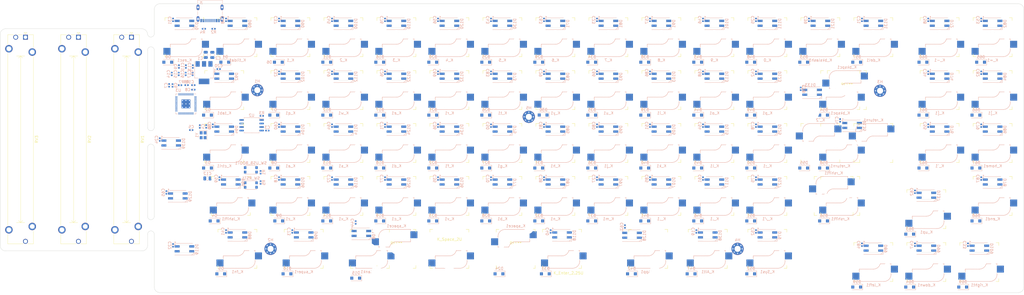
<source format=kicad_pcb>
(kicad_pcb (version 20211014) (generator pcbnew)
  (layers (0 "F.Cu" signal) (31 "B.Cu" signal) (34 "B.Paste" user) (35 "F.Paste" user) (36 "B.SilkS" user "B.Silkscreen") (37 "F.SilkS" user "F.Silkscreen") (38 "B.Mask" user) (39 "F.Mask" user) (44 "Edge.Cuts" user))
  (net 0 "")
  (net 1 "+3V3")
  (net 2 "GND")
  (net 3 "VBUS")
  (net 4 "/XIN")
  (net 5 "Net-(C5-Pad1)")
  (net 6 "+1V1")
  (net 7 "Row_0")
  (net 8 "Net-(D0-Pad2)")
  (net 9 "Row_1")
  (net 10 "Net-(D1-Pad2)")
  (net 11 "Row_3")
  (net 12 "Net-(D2-Pad2)")
  (net 13 "Row_5")
  (net 14 "Net-(D3-Pad2)")
  (net 15 "Row_7")
  (net 16 "Net-(D4-Pad2)")
  (net 17 "Row_9")
  (net 18 "Net-(D5-Pad2)")
  (net 19 "Net-(D6-Pad2)")
  (net 20 "Row_2")
  (net 21 "Net-(D7-Pad2)")
  (net 22 "Row_4")
  (net 23 "Net-(D8-Pad2)")
  (net 24 "Row_6")
  (net 25 "Net-(D9-Pad2)")
  (net 26 "Row_8")
  (net 27 "Net-(D10-Pad2)")
  (net 28 "Net-(D11-Pad2)")
  (net 29 "Net-(D12-Pad2)")
  (net 30 "Net-(D13-Pad2)")
  (net 31 "Net-(D14-Pad2)")
  (net 32 "Net-(D15-Pad2)")
  (net 33 "Net-(D16-Pad2)")
  (net 34 "Net-(D17-Pad2)")
  (net 35 "Net-(D18-Pad2)")
  (net 36 "Net-(D19-Pad2)")
  (net 37 "Net-(D20-Pad2)")
  (net 38 "Net-(D21-Pad2)")
  (net 39 "Net-(D22-Pad2)")
  (net 40 "Net-(D23-Pad2)")
  (net 41 "Net-(D24-Pad2)")
  (net 42 "Net-(D25-Pad2)")
  (net 43 "Net-(D26-Pad2)")
  (net 44 "Net-(D27-Pad2)")
  (net 45 "Net-(D28-Pad2)")
  (net 46 "Net-(D29-Pad2)")
  (net 47 "Net-(D30-Pad2)")
  (net 48 "Net-(D31-Pad2)")
  (net 49 "Net-(D32-Pad2)")
  (net 50 "Net-(D33-Pad2)")
  (net 51 "Net-(D34-Pad2)")
  (net 52 "Net-(D35-Pad2)")
  (net 53 "Net-(D36-Pad2)")
  (net 54 "Net-(D37-Pad2)")
  (net 55 "Net-(D38-Pad2)")
  (net 56 "Net-(D39-Pad2)")
  (net 57 "Net-(D40-Pad2)")
  (net 58 "Net-(D41-Pad2)")
  (net 59 "Net-(D42-Pad2)")
  (net 60 "Net-(D43-Pad2)")
  (net 61 "Net-(D44-Pad2)")
  (net 62 "Net-(D45-Pad2)")
  (net 63 "Net-(D46-Pad2)")
  (net 64 "Net-(D47-Pad2)")
  (net 65 "Net-(D48-Pad2)")
  (net 66 "Net-(D49-Pad2)")
  (net 67 "Net-(D50-Pad2)")
  (net 68 "Net-(D51-Pad2)")
  (net 69 "Net-(D52-Pad2)")
  (net 70 "Net-(D53-Pad2)")
  (net 71 "Net-(D54-Pad2)")
  (net 72 "Net-(D55-Pad2)")
  (net 73 "Net-(D56-Pad2)")
  (net 74 "Net-(D57-Pad2)")
  (net 75 "Net-(D58-Pad2)")
  (net 76 "Net-(D59-Pad2)")
  (net 77 "Net-(D60-Pad2)")
  (net 78 "Net-(D61-Pad2)")
  (net 79 "Net-(D62-Pad2)")
  (net 80 "Net-(D63-Pad2)")
  (net 81 "Net-(D64-Pad2)")
  (net 82 "Net-(D65-Pad2)")
  (net 83 "Net-(D66-Pad2)")
  (net 84 "Net-(D67-Pad2)")
  (net 85 "Net-(D68-Pad2)")
  (net 86 "Net-(D69-Pad2)")
  (net 87 "/~{USB_BOOT}")
  (net 88 "Col_6")
  (net 89 "Col_7")
  (net 90 "Col_4")
  (net 91 "Col_5")
  (net 92 "Col_1")
  (net 93 "Col_2")
  (net 94 "Col_3")
  (net 95 "Col_0")
  (net 96 "/QSPI_SS")
  (net 97 "Net-(R2-Pad1)")
  (net 98 "Net-(R4-Pad1)")
  (net 99 "/RUN")
  (net 100 "/XOUT")
  (net 101 "/USB_D+")
  (net 102 "Net-(R7-Pad2)")
  (net 103 "/USB_D-")
  (net 104 "Net-(R8-Pad2)")
  (net 105 "/QSPI_SD1")
  (net 106 "/QSPI_SD2")
  (net 107 "/QSPI_SD0")
  (net 108 "/QSPI_SCLK")
  (net 109 "/QSPI_SD3")
  (net 110 "/SWCLK")
  (net 111 "/SWD")
  (net 112 "/GPIO18")
  (net 113 "/GPIO19")
  (net 114 "/GPIO20")
  (net 115 "/GPIO21")
  (net 116 "/GPIO22")
  (net 117 "/GPIO23")
  (net 118 "/GPIO24")
  (net 119 "Net-(D70-Pad1)")
  (net 120 "/GPIO26_ADC0")
  (net 121 "LED_ARRAY")
  (net 122 "Net-(D71-Pad1)")
  (net 123 "Net-(D130-Pad1)")
  (net 126 "Net-(D72-Pad1)")
  (net 127 "Net-(D131-Pad1)")
  (net 128 "Net-(D73-Pad1)")
  (net 129 "Net-(D132-Pad1)")
  (net 130 "Net-(D74-Pad1)")
  (net 131 "Net-(D133-Pad1)")
  (net 132 "Net-(D75-Pad1)")
  (net 133 "Net-(D134-Pad1)")
  (net 134 "Net-(D76-Pad1)")
  (net 135 "Net-(D135-Pad1)")
  (net 136 "Net-(D77-Pad1)")
  (net 137 "Net-(D136-Pad1)")
  (net 138 "Net-(D78-Pad1)")
  (net 139 "Net-(D137-Pad1)")
  (net 140 "Net-(D79-Pad1)")
  (net 141 "Net-(D138-Pad1)")
  (net 142 "Net-(D80-Pad1)")
  (net 143 "Net-(D81-Pad1)")
  (net 144 "Net-(D82-Pad1)")
  (net 145 "Net-(D83-Pad1)")
  (net 146 "Net-(D84-Pad1)")
  (net 147 "Net-(D85-Pad1)")
  (net 148 "Net-(D86-Pad1)")
  (net 149 "Net-(D87-Pad1)")
  (net 150 "Net-(D88-Pad1)")
  (net 151 "Net-(D89-Pad1)")
  (net 152 "Net-(D100-Pad3)")
  (net 153 "Net-(D101-Pad3)")
  (net 154 "Net-(D102-Pad3)")
  (net 155 "Net-(D103-Pad3)")
  (net 156 "Net-(D104-Pad3)")
  (net 157 "Net-(D105-Pad3)")
  (net 158 "Net-(D106-Pad3)")
  (net 159 "Net-(D107-Pad3)")
  (net 160 "Net-(D108-Pad3)")
  (net 161 "Net-(D109-Pad3)")
  (net 162 "Net-(D100-Pad1)")
  (net 163 "Net-(D101-Pad1)")
  (net 164 "Net-(D102-Pad1)")
  (net 165 "Net-(D103-Pad1)")
  (net 166 "Net-(D104-Pad1)")
  (net 167 "Net-(D105-Pad1)")
  (net 168 "Net-(D106-Pad1)")
  (net 169 "Net-(D107-Pad1)")
  (net 170 "Net-(D108-Pad1)")
  (net 171 "Net-(D109-Pad1)")
  (net 172 "Net-(D110-Pad1)")
  (net 173 "Net-(D111-Pad1)")
  (net 174 "Net-(D112-Pad1)")
  (net 175 "Net-(D113-Pad1)")
  (net 176 "Net-(D114-Pad1)")
  (net 177 "Net-(D115-Pad1)")
  (net 178 "Net-(D116-Pad1)")
  (net 179 "Net-(D117-Pad1)")
  (net 180 "Net-(D118-Pad1)")
  (net 181 "Net-(D119-Pad1)")
  (net 182 "Net-(D120-Pad1)")
  (net 183 "Net-(D121-Pad1)")
  (net 184 "Net-(D122-Pad1)")
  (net 185 "Net-(D123-Pad1)")
  (net 186 "Net-(D124-Pad1)")
  (net 187 "Net-(D125-Pad1)")
  (net 188 "Net-(D126-Pad1)")
  (net 189 "Net-(D127-Pad1)")
  (net 190 "Net-(D128-Pad1)")
  (net 191 "Net-(D129-Pad1)")
  (net 193 "RV1")
  (net 194 "RV2")
  (net 195 "RV3")
  (footprint "keyboard_parts:LED_SK6812MINI_PLCC4_3.5x3.5mm_P1.75mm_reverse_mount" (layer "F.Cu") (at 230.981368 105.2325)
    (fp_text reference "D118")
    (fp_text value "SK6812MINI")
    (fp_line (start 1.7 1.5) (end 1.7 -1.5) (layer "Edge.Cuts") (width 0.05))
    (fp_line (start -1.7 -1.5) (end -1.7 1.5) (layer "Edge.Cuts") (width 0.05))
    (fp_line (start -1.7 1.5) (end 1.7 1.5) (layer "Edge.Cuts") (width 0.05))
    (fp_line (start 1.7 -1.5) (end -1.7 -1.5) (layer "Edge.Cuts") (width 0.05))
  )
  (footprint "keyboard_parts:LED_SK6812MINI_PLCC4_3.5x3.5mm_P1.75mm_reverse_mount" (layer "F.Cu") (at 209.550118 29.0325)
    (fp_text reference "D130")
    (fp_text value "SK6812MINI")
    (fp_line (start -1.7 1.5) (end 1.7 1.5) (layer "Edge.Cuts") (width 0.05))
    (fp_line (start 1.7 -1.5) (end -1.7 -1.5) (layer "Edge.Cuts") (width 0.05))
    (fp_line (start 1.7 1.5) (end 1.7 -1.5) (layer "Edge.Cuts") (width 0.05))
    (fp_line (start -1.7 -1.5) (end -1.7 1.5) (layer "Edge.Cuts") (width 0.05))
  )
  (footprint "keyswitches:Kailh_socket_MX_1.25u" (layer "F.Cu") (at 111.91875 91.1875 180)
    (fp_text reference "K_lshift1")
    (fp_text value "SW_SPST")
  )
  (footprint "keyswitches:Kailh_socket_MX_1u" (layer "F.Cu") (at 304.8 91.1875 180)
    (fp_text reference "K_/1")
    (fp_text value "SW_SPST")
  )
  (footprint "keyswitches:Kailh_socket_MX_1u" (layer "F.Cu") (at 171.45 34.0375 180)
    (fp_text reference "K_3")
    (fp_text value "SW_SPST")
  )
  (footprint "keyswitches:Kailh_socket_MX_1u" (layer "F.Cu") (at 323.85 34.0375 180)
    (fp_text reference "K_bkslash1")
    (fp_text value "SW_SPST")
  )
  (footprint "keyboard_parts:LED_SK6812MINI_PLCC4_3.5x3.5mm_P1.75mm_reverse_mount" (layer "F.Cu") (at 342.900118 29.0325)
    (fp_text reference "D131")
    (fp_text value "SK6812MINI")
    (fp_line (start -1.7 -1.5) (end -1.7 1.5) (layer "Edge.Cuts") (width 0.05))
    (fp_line (start 1.7 1.5) (end 1.7 -1.5) (layer "Edge.Cuts") (width 0.05))
    (fp_line (start 1.7 -1.5) (end -1.7 -1.5) (layer "Edge.Cuts") (width 0.05))
    (fp_line (start -1.7 1.5) (end 1.7 1.5) (layer "Edge.Cuts") (width 0.05))
  )
  (footprint "keyboard_parts:LED_SK6812MINI_PLCC4_3.5x3.5mm_P1.75mm_reverse_mount" (layer "F.Cu") (at 385.762618 86.1825)
    (fp_text reference "D78")
    (fp_text value "SK6812MINI")
    (fp_line (start -1.7 1.5) (end 1.7 1.5) (layer "Edge.Cuts") (width 0.05))
    (fp_line (start 1.7 -1.5) (end -1.7 -1.5) (layer "Edge.Cuts") (width 0.05))
    (fp_line (start 1.7 1.5) (end 1.7 -1.5) (layer "Edge.Cuts") (width 0.05))
    (fp_line (start -1.7 -1.5) (end -1.7 1.5) (layer "Edge.Cuts") (width 0.05))
  )
  (footprint "keyswitches:Kailh_socket_MX_1u" (layer "F.Cu") (at 266.7 72.1375 180)
    (fp_text reference "K_k1")
    (fp_text value "SW_SPST")
  )
  (footprint "keyswitches:Kailh_socket_MX_1u" (layer "F.Cu") (at 266.7 91.1875 180)
    (fp_text reference "K_,1")
    (fp_text value "SW_SPST")
  )
  (footprint "keyboard_parts:LED_SK6812MINI_PLCC4_3.5x3.5mm_P1.75mm_reverse_mount" (layer "F.Cu") (at 190.500118 29.0325)
    (fp_text reference "D120")
    (fp_text value "SK6812MINI")
    (fp_line (start -1.7 1.5) (end 1.7 1.5) (layer "Edge.Cuts") (width 0.05))
    (fp_line (start 1.7 1.5) (end 1.7 -1.5) (layer "Edge.Cuts") (width 0.05))
    (fp_line (start 1.7 -1.5) (end -1.7 -1.5) (layer "Edge.Cuts") (width 0.05))
    (fp_line (start -1.7 -1.5) (end -1.7 1.5) (layer "Edge.Cuts") (width 0.05))
  )
  (footprint "keyboard_parts:LED_SK6812MINI_PLCC4_3.5x3.5mm_P1.75mm_reverse_mount" (layer "F.Cu") (at 304.800118 67.1325)
    (fp_text reference "D125")
    (fp_text value "SK6812MINI")
    (fp_line (start 1.7 1.5) (end 1.7 -1.5) (layer "Edge.Cuts") (width 0.05))
    (fp_line (start 1.7 -1.5) (end -1.7 -1.5) (layer "Edge.Cuts") (width 0.05))
    (fp_line (start -1.7 1.5) (end 1.7 1.5) (layer "Edge.Cuts") (width 0.05))
    (fp_line (start -1.7 -1.5) (end -1.7 1.5) (layer "Edge.Cuts") (width 0.05))
  )
  (footprint "keyboard_parts:LED_SK6812MINI_PLCC4_3.5x3.5mm_P1.75mm_reverse_mount" (layer "F.Cu") (at 228.600118 48.0825)
    (fp_text reference "D83")
    (fp_text value "SK6812MINI")
    (fp_line (start 1.7 1.5) (end 1.7 -1.5) (layer "Edge.Cuts") (width 0.05))
    (fp_line (start -1.7 -1.5) (end -1.7 1.5) (layer "Edge.Cuts") (width 0.05))
    (fp_line (start -1.7 1.5) (end 1.7 1.5) (layer "Edge.Cuts") (width 0.05))
    (fp_line (start 1.7 -1.5) (end -1.7 -1.5) (layer "Edge.Cuts") (width 0.05))
  )
  (footprint "keyboard_parts:LED_SK6812MINI_PLCC4_3.5x3.5mm_P1.75mm_reverse_mount" (layer "F.Cu") (at 361.950118 90.945)
    (fp_text reference "D137")
    (fp_text value "SK6812MINI")
    (fp_line (start 1.7 1.5) (end 1.7 -1.5) (layer "Edge.Cuts") (width 0.05))
    (fp_line (start 1.7 -1.5) (end -1.7 -1.5) (layer "Edge.Cuts") (width 0.05))
    (fp_line (start -1.7 1.5) (end 1.7 1.5) (layer "Edge.Cuts") (width 0.05))
    (fp_line (start -1.7 -1.5) (end -1.7 1.5) (layer "Edge.Cuts") (width 0.05))
  )
  (footprint "keyboard_parts:LED_SK6812MINI_PLCC4_3.5x3.5mm_P1.75mm_reverse_mount" (layer "F.Cu") (at 335.25 65.8075)
    (fp_text reference "D135")
    (fp_text value "SK6812MINI")
    (fp_line (start -1.7 -1.5) (end -1.7 1.5) (layer "Edge.Cuts") (width 0.05))
    (fp_line (start 1.7 1.5) (end 1.7 -1.5) (layer "Edge.Cuts") (width 0.05))
    (fp_line (start 1.7 -1.5) (end -1.7 -1.5) (layer "Edge.Cuts") (width 0.05))
    (fp_line (start -1.7 1.5) (end 1.7 1.5) (layer "Edge.Cuts") (width 0.05))
  )
  (footprint "keyboard_parts:LED_SK6812MINI_PLCC4_3.5x3.5mm_P1.75mm_reverse_mount" (layer "F.Cu") (at 323.850118 29.0325)
    (fp_text reference "D121")
    (fp_text value "SK6812MINI")
    (fp_line (start 1.7 -1.5) (end -1.7 -1.5) (layer "Edge.Cuts") (width 0.05))
    (fp_line (start -1.7 1.5) (end 1.7 1.5) (layer "Edge.Cuts") (width 0.05))
    (fp_line (start -1.7 -1.5) (end -1.7 1.5) (layer "Edge.Cuts") (width 0.05))
    (fp_line (start 1.7 1.5) (end 1.7 -1.5) (layer "Edge.Cuts") (width 0.05))
  )
  (footprint "keyboard_parts:LED_SK6812MINI_PLCC4_3.5x3.5mm_P1.75mm_reverse_mount" (layer "F.Cu") (at 92.868868 91.1875)
    (fp_text reference "D129")
    (fp_text value "SK6812MINI")
    (fp_line (start -1.7 1.5) (end 1.7 1.5) (layer "Edge.Cuts") (width 0.05))
    (fp_line (start 1.7 -1.5) (end -1.7 -1.5) (layer "Edge.Cuts") (width 0.05))
    (fp_line (start 1.7 1.5) (end 1.7 -1.5) (layer "Edge.Cuts") (width 0.05))
    (fp_line (start -1.7 -1.5) (end -1.7 1.5) (layer "Edge.Cuts") (width 0.05))
  )
  (footprint "keyswitches:Kailh_socket_MX_1u" (layer "F.Cu") (at 190.5 34.0375 180)
    (fp_text reference "K_4")
    (fp_text value "SW_SPST")
  )
  (footprint "keyboard_parts:LED_SK6812MINI_PLCC4_3.5x3.5mm_P1.75mm_reverse_mount" (layer "F.Cu") (at 304.800118 29.0325)
    (fp_text reference "D111")
    (fp_text value "SK6812MINI")
    (fp_line (start -1.7 1.5) (end 1.7 1.5) (layer "Edge.Cuts") (width 0.05))
    (fp_line (start 1.7 -1.5) (end -1.7 -1.5) (layer "Edge.Cuts") (width 0.05))
    (fp_line (start -1.7 -1.5) (end -1.7 1.5) (layer "Edge.Cuts") (width 0.05))
    (fp_line (start 1.7 1.5) (end 1.7 -1.5) (layer "Edge.Cuts") (width 0.05))
  )
  (footprint "keyboard_parts:LED_SK6812MINI_PLCC4_3.5x3.5mm_P1.75mm_reverse_mount" (layer "F.Cu") (at 152.400118 48.0825)
    (fp_text reference "D112")
    (fp_text value "SK6812MINI")
    (fp_line (start 1.7 -1.5) (end -1.7 -1.5) (layer "Edge.Cuts") (width 0.05))
    (fp_line (start -1.7 -1.5) (end -1.7 1.5) (layer "Edge.Cuts") (width 0.05))
    (fp_line (start -1.7 1.5) (end 1.7 1.5) (layer "Edge.Cuts") (width 0.05))
    (fp_line (start 1.7 1.5) (end 1.7 -1.5) (layer "Edge.Cuts") (width 0.05))
  )
  (footprint "keyboard_parts:LED_SK6812MINI_PLCC4_3.5x3.5mm_P1.75mm_reverse_mount" (layer "F.Cu") (at 366.712618 67.1325)
    (fp_text reference "D76")
    (fp_text value "SK6812MINI")
    (fp_line (start -1.7 1.5) (end 1.7 1.5) (layer "Edge.Cuts") (width 0.05))
    (fp_line (start 1.7 -1.5) (end -1.7 -1.5) (layer "Edge.Cuts") (width 0.05))
    (fp_line (start 1.7 1.5) (end 1.7 -1.5) (layer "Edge.Cuts") (width 0.05))
    (fp_line (start -1.7 -1.5) (end -1.7 1.5) (layer "Edge.Cuts") (width 0.05))
  )
  (footprint "keyswitches:Kailh_socket_MX_1.5u" (layer "F.Cu") (at 109.5375 53.0875 180)
    (fp_text reference "K_tab1")
    (fp_text value "SW_SPST")
  )
  (footprint "keyswitches:Kailh_socket_MX_1u" (layer "F.Cu") (at 304.8 53.0875 180)
    (fp_text reference "K_p1")
    (fp_text value "SW_SPST")
  )
  (footprint "keyswitches:Kailh_socket_MX_1.5u" (layer "F.Cu") (at 138.1125 110.2375 180)
    (fp_text reference "K_super1")
    (fp_text value "SW_SPST")
  )
  (footprint "keyboard_parts:LED_SK6812MINI_PLCC4_3.5x3.5mm_P1.75mm_reverse_mount" (layer "F.Cu") (at 247.650118 67.1325)
    (fp_text reference "D95")
    (fp_text value "SK6812MINI")
    (fp_line (start 1.7 1.5) (end 1.7 -1.5) (layer "Edge.Cuts") (width 0.05))
    (fp_line (start -1.7 1.5) (end 1.7 1.5) (layer "Edge.Cuts") (width 0.05))
    (fp_line (start 1.7 -1.5) (end -1.7 -1.5) (layer "Edge.Cuts") (width 0.05))
    (fp_line (start -1.7 -1.5) (end -1.7 1.5) (layer "Edge.Cuts") (width 0.05))
  )
  (footprint "keyboard_parts:LED_SK6812MINI_PLCC4_3.5x3.5mm_P1.75mm_reverse_mount" (layer "F.Cu") (at 133.350118 67.1325)
    (fp_text reference "D104")
    (fp_text value "SK6812MINI")
    (fp_line (start 1.7 -1.5) (end -1.7 -1.5) (layer "Edge.Cuts") (width 0.05))
    (fp_line (start -1.7 -1.5) (end -1.7 1.5) (layer "Edge.Cuts") (width 0.05))
    (fp_line (start 1.7 1.5) (end 1.7 -1.5) (layer "Edge.Cuts") (width 0.05))
    (fp_line (start -1.7 1.5) (end 1.7 1.5) (layer "Edge.Cuts") (width 0.05))
  )
  (footprint "keyboard_parts:LED_SK6812MINI_PLCC4_3.5x3.5mm_P1.75mm_reverse_mount" (layer "F.Cu") (at 133.350118 29.0375)
    (fp_text reference "D90")
    (fp_text value "SK6812MINI")
    (fp_line (start 1.7 1.5) (end 1.7 -1.5) (layer "Edge.Cuts") (width 0.05))
    (fp_line (start -1.7 -1.5) (end -1.7 1.5) (layer "Edge.Cuts") (width 0.05))
    (fp_line (start -1.7 1.5) (end 1.7 1.5) (layer "Edge.Cuts") (width 0.05))
    (fp_line (start 1.7 -1.5) (end -1.7 -1.5) (layer "Edge.Cuts") (width 0.05))
  )
  (footprint "keyswitches:Kailh_socket_MX_2.25u" (layer "F.Cu") (at 230.98125 110.2375 180)
    (fp_text reference "K_Enter_2.25U")
    (fp_text value "SW_SPST")
  )
  (footprint "keyswitches:Kailh_socket_MX_2u" (layer "F.Cu") (at 333.375 53.0875)
    (fp_text reference "K_bkspc1")
    (fp_text value "SW_SPST")
  )
  (footprint "keyswitches:Kailh_socket_MX_1u" (layer "F.Cu") (at 247.65 34.0375 180)
    (fp_text reference "K_7")
    (fp_text value "SW_SPST")
  )
  (footprint "keyswitches:Kailh_socket_MX_1u" (layer "F.Cu") (at 161.925 110.2375 180)
    (fp_text reference "K_blank1")
    (fp_text value "SW_SPST")
  )
  (footprint "keyboard_parts:LED_SK6812MINI_PLCC4_3.5x3.5mm_P1.75mm_reverse_mount" (layer "F.Cu") (at 109.537618 67.1325)
    (fp_text reference "D94")
    (fp_text value "SK6812MINI")
    (fp_line (start -1.7 -1.5) (end -1.7 1.5) (layer "Edge.Cuts") (width 0.05))
    (fp_line (start 1.7 1.5) (end 1.7 -1.5) (layer "Edge.Cuts") (width 0.05))
    (fp_line (start 1.7 -1.5) (end -1.7 -1.5) (layer "Edge.Cuts") (width 0.05))
    (fp_line (start -1.7 1.5) (end 1.7 1.5) (layer "Edge.Cuts") (width 0.05))
  )
  (footprint "keyswitches:Kailh_socket_MX_1.5u" (layer "F.Cu") (at 330.99375 91.1875 180)
    (fp_text reference "K_rshift1")
    (fp_text value "SW_SPST")
  )
  (footprint "keyboard_parts:LED_SK6812MINI_PLCC4_3.5x3.5mm_P1.75mm_reverse_mount" (layer "F.Cu") (at 228.600118 86.1825)
    (fp_text reference "D87")
    (fp_text value "SK6812MINI")
    (fp_line (start -1.7 -1.5) (end -1.7 1.5) (layer "Edge.Cuts") (width 0.05))
    (fp_line (start -1.7 1.5) (end 1.7 1.5) (layer "Edge.Cuts") (width 0.05))
    (fp_line (start 1.7 1.5) (end 1.7 -1.5) (layer "Edge.Cuts") (width 0.05))
    (fp_line (start 1.7 -1.5) (end -1.7 -1.5) (layer "Edge.Cuts") (width 0.05))
  )
  (footprint "keyswitches:Kailh_socket_MX_1u" (layer "F.Cu") (at 285.75 34.0375 180)
    (fp_text reference "K_9")
    (fp_text value "SW_SPST")
  )
  (footprint "keyboard_parts:LED_SK6812MINI_PLCC4_3.5x3.5mm_P1.75mm_reverse_mount" (layer "F.Cu") (at 152.400118 29.0325)
    (fp_text reference "D100")
    (fp_text value "SK6812MINI")
    (fp_line (start -1.7 1.5) (end 1.7 1.5) (layer "Edge.Cuts") (width 0.05))
    (fp_line (start 1.7 -1.5) (end -1.7 -1.5) (layer "Edge.Cuts") (width 0.05))
    (fp_line (start 1.7 1.5) (end 1.7 -1.5) (layer "Edge.Cuts") (width 0.05))
    (fp_line (start -1.7 -1.5) (end -1.7 1.5) (layer "Edge.Cuts") (width 0.05))
  )
  (footprint "keyswitches:Kailh_socket_MX_1u" (layer "F.Cu") (at 190.5 53.0875 180)
    (fp_text reference "K_r1")
    (fp_text value "SW_SPST")
  )
  (footprint "keyboard_parts:LED_SK6812MINI_PLCC4_3.5x3.5mm_P1.75mm_reverse_mount" (layer "F.Cu") (at 228.600118 29.0325)
    (fp_text reference "D71")
    (fp_text value "SK6812MINI")
    (fp_line (start 1.7 -1.5) (end -1.7 -1.5) (layer "Edge.Cuts") (width 0.05))
    (fp_line (start -1.7 1.5) (end 1.7 1.5) (layer "Edge.Cuts") (width 0.05))
    (fp_line (start -1.7 -1.5) (end -1.7 1.5) (layer "Edge.Cuts") (width 0.05))
    (fp_line (start 1.7 1.5) (end 1.7 -1.5) (layer "Edge.Cuts") (width 0.05))
  )
  (footprint "keyswitches:Kailh_socket_MX_1u" (layer "F.Cu") (at 247.65 72.1375 180)
    (fp_text reference "K_j1")
    (fp_text value "SW_SPST")
  )
  (footprint "keyswitches:Kailh_socket_MX_1u" (layer "F.Cu") (at 266.7 53.0875 180)
    (fp_text reference "K_i1")
    (fp_text value "SW_SPST")
  )
  (footprint "keyswitches:Kailh_socket_MX_1u" (layer "F.Cu") (at 304.8 110.2375 180)
    (fp_text reference "K_Sys1")
    (fp_text value "SW_SPST")
  )
  (footprint "keyboard_parts:LED_SK6812MINI_PLCC4_3.5x3.5mm_P1.75mm_reverse_mount" (layer "F.Cu") (at 266.700118 86.1825)
    (fp_text reference "D107")
    (fp_text value "SK6812MINI")
    (fp_line (start 1.7 -1.5) (end -1.7 -1.5) (layer "Edge.Cuts") (width 0.05))
    (fp_line (start -1.7 -1.5) (end -1.7 1.5) (layer "Edge.Cuts") (width 0.05))
    (fp_line (start -1.7 1.5) (end 1.7 1.5) (layer "Edge.Cuts") (width 0.05))
    (fp_line (start 1.7 1.5) (end 1.7 -1.5) (layer "Edge.Cuts") (width 0.05))
  )
  (footprint "keyswitches:Kailh_socket_MX_2u" (layer "F.Cu") (at 330.99375 53.0875 180)
    (fp_text reference "K_bkspc1")
    (fp_text value "SW_SPST")
  )
  (footprint "keyswitches:Kailh_socket_MX_1u" (layer "F.Cu") (at 114.3 34.0375 180)
    (fp_text reference "K_tilda1")
    (fp_text value "SW_SPST")
  )
  (footprint "keyboard_parts:LED_SK6812MINI_PLCC4_3.5x3.5mm_P1.75mm_reverse_mount" (layer "F.Cu") (at 256.15 105.3575)
    (fp_text reference "D128")
    (fp_text value "SK6812MINI")
    (fp_line (start 1.7 -1.5) (end -1.7 -1.5) (layer "Edge.Cuts") (width 0.05))
    (fp_line (start -1.7 -1.5) (end -1.7 1.5) (layer "Edge.Cuts") (width 0.05))
    (fp_line (start -1.7 1.5) (end 1.7 1.5) (layer "Edge.Cuts") (width 0.05))
    (fp_line (start 1.7 1.5) (end 1.7 -1.5) (layer "Edge.Cuts") (width 0.05))
  )
  (footprint "keyboard_parts:LED_SK6812MINI_PLCC4_3.5x3.5mm_P1.75mm_reverse_mount" (layer "F.Cu") (at 95.250118 29.0375)
    (fp_text reference "D70")
    (fp_text value "SK6812MINI")
    (fp_line (start -1.7 -1.5) (end -1.7 1.5) (layer "Edge.Cuts") (width 0.05))
    (fp_line (start 1.7 -1.5) (end -1.7 -1.5) (layer "Edge.Cuts") (width 0.05))
    (fp_line (start 1.7 1.5) (end 1.7 -1.5) (layer "Edge.Cuts") (width 0.05))
    (fp_line (start -1.7 1.5) (end 1.7 1.5) (layer "Edge.Cuts") (width 0.05))
  )
  (footprint "keyswitches:Kailh_socket_MX_1u" (layer "F.Cu") (at 228.6 91.1875 180)
    (fp_text reference "K_n1")
    (fp_text value "SW_SPST")
  )
  (footprint "keyboard_parts:LED_SK6812MINI_PLCC4_3.5x3.5mm_P1.75mm_reverse_mount" (layer "F.Cu") (at 247.650118 86.1825)
    (fp_text reference "D97")
    (fp_text value "SK6812MINI")
    (fp_line (start 1.7 1.5) (end 1.7 -1.5) (layer "Edge.Cuts") (width 0.05))
    (fp_line (start -1.7 -1.5) (end -1.7 1.5) (layer "Edge.Cuts") (width 0.05))
    (fp_line (start -1.7 1.5) (end 1.7 1.5) (layer "Edge.Cuts") (width 0.05))
    (fp_line (start 1.7 -1.5) (end -1.7 -1.5) (layer "Edge.Cuts") (width 0.05))
  )
  (footprint "keyboard_parts:LED_SK6812MINI_PLCC4_3.5x3.5mm_P1.75mm_reverse_mount" (layer "F.Cu") (at 366.712618 29.0325)
    (fp_text reference "D72")
    (fp_text value "SK6812MINI")
    (fp_line (start 1.7 -1.5) (end -1.7 -1.5) (layer "Edge.Cuts") (width 0.05))
    (fp_line (start 1.7 1.5) (end 1.7 -1.5) (layer "Edge.Cuts") (width 0.05))
    (fp_line (start -1.7 1.5) (end 1.7 1.5) (layer "Edge.Cuts") (width 0.05))
    (fp_line (start -1.7 -1.5) (end -1.7 1.5) (layer "Edge.Cuts") (width 0.05))
  )
  (footprint "keyboard_parts:LED_SK6812MINI_PLCC4_3.5x3.5mm_P1.75mm_reverse_mount" (layer "F.Cu") (at 95.250118 110.2375)
    (fp_text reference "D119")
    (fp_text value "SK6812MINI")
    (fp_line (start -1.7 1.5) (end 1.7 1.5) (layer "Edge.Cuts") (width 0.05))
    (fp_line (start 1.7 -1.5) (end -1.7 -1.5) (layer "Edge.Cuts") (width 0.05))
    (fp_line (start -1.7 -1.5) (end -1.7 1.5) (layer "Edge.Cuts") (width 0.05))
    (fp_line (start 1.7 1.5) (end 1.7 -1.5) (layer "Edge.Cuts") (width 0.05))
  )
  (footprint "potentiometers:Potentiometer_Bourns_PTA6043_Single_Slide" (layer "F.Cu") (at 76.2 34.0375 -90)
    (fp_text reference "RV1")
    (fp_text value "R_Potentiometer_US")
  )
  (footprint "keyboard_parts:LED_SK6812MINI_PLCC4_3.5x3.5mm_P1.75mm_reverse_mount" (layer "F.Cu") (at 385.762618 48.0825)
    (fp_text reference "D84")
    (fp_text value "SK6812MINI")
    (fp_line (start 1.7 -1.5) (end -1.7 -1.5) (layer "Edge.Cuts") (width 0.05))
    (fp_line (start -1.7 1.5) (end 1.7 1.5) (layer "Edge.Cuts") (width 0.05))
    (fp_line (start -1.7 -1.5) (end -1.7 1.5) (layer "Edge.Cuts") (width 0.05))
    (fp_line (start 1.7 1.5) (end 1.7 -1.5) (layer "Edge.Cuts") (width 0.05))
  )
  (footprint "keyboard_parts:LED_SK6812MINI_PLCC4_3.5x3.5mm_P1.75mm_reverse_mount" (layer "F.Cu") (at 228.600118 67.1325)
    (fp_text reference "D85")
    (fp_text value "SK6812MINI")
    (fp_line (start -1.7 1.5) (end 1.7 1.5) (layer "Edge.Cuts") (width 0.05))
    (fp_line (start -1.7 -1.5) (end -1.7 1.5) (layer "Edge.Cuts") (width 0.05))
    (fp_line (start 1.7 -1.5) (end -1.7 -1.5) (layer "Edge.Cuts") (width 0.05))
    (fp_line (start 1.7 1.5) (end 1.7 -1.5) (layer "Edge.Cuts") (width 0.05))
  )
  (footprint "keyswitches:Kailh_socket_MX_1u" (layer "F.Cu") (at 214.3125 110.2375)
    (fp_text reference "K_space1")
    (fp_text value "SW_SPST_3u")
  )
  (footprint "keyswitches:Kailh_socket_MX_1u" (layer "F.Cu") (at 190.5 91.1875 180)
    (fp_text reference "K_v1")
    (fp_text value "SW_SPST")
  )
  (footprint "keyswitches:Kailh_socket_MX_1u" (layer "F.Cu") (at 152.4 91.1875 180)
    (fp_text reference "K_x1")
    (fp_text value "SW_SPST")
  )
  (footprint "keyboard_parts:LED_SK6812MINI_PLCC4_3.5x3.5mm_P1.75mm_reverse_mount" (layer "F.Cu") (at 366.712618 48.0825)
    (fp_text reference "D74")
    (fp_text value "SK6812MINI")
    (fp_line (start 1.7 -1.5) (end -1.7 -1.5) (layer "Edge.Cuts") (width 0.05))
    (fp_line (start -1.7 -1.5) (end -1.7 1.5) (layer "Edge.Cuts") (width 0.05))
    (fp_line (start -1.7 1.5) (end 1.7 1.5) (layer "Edge.Cuts") (width 0.05))
    (fp_line (start 1.7 1.5) (end 1.7 -1.5) (layer "Edge.Cuts") (width 0.05))
  )
  (footprint "keyboard_parts:LED_SK6812MINI_PLCC4_3.5x3.5mm_P1.75mm_reverse_mount" (layer "F.Cu") (at 385.762618 67.1325)
    (fp_text reference "D86")
    (fp_text value "SK6812MINI")
    (fp_line (start 1.7 -1.5) (end -1.7 -1.5) (layer "Edge.Cuts") (width 0.05))
    (fp_line (start -1.7 1.5) (end 1.7 1.5) (layer "Edge.Cuts") (width 0.05))
    (fp_line (start 1.7 1.5) (end 1.7 -1.5) (layer "Edge.Cuts") (width 0.05))
    (fp_line (start -1.7 -1.5) (end -1.7 1.5) (layer "Edge.Cuts") (width 0.05))
  )
  (footprint "keyboard_parts:LED_SK6812MINI_PLCC4_3.5x3.5mm_P1.75mm_reverse_mount" (layer "F.Cu") (at 114.300118 105.2325)
    (fp_text reference "D88")
    (fp_text value "SK6812MINI")
    (fp_line (start -1.7 1.5) (end 1.7 1.5) (layer "Edge.Cuts") (width 0.05))
    (fp_line (start 1.7 1.5) (end 1.7 -1.5) (layer "Edge.Cuts") (width 0.05))
    (fp_line (start -1.7 -1.5) (end -1.7 1.5) (layer "Edge.Cuts") (width 0.05))
    (fp_line (start 1.7 -1.5) (end -1.7 -1.5) (layer "Edge.Cuts") (width 0.05))
  )
  (footprint "keyswitches:Kailh_socket_MX_1u" (layer "F.Cu") (at 171.45 53.0875 180)
    (fp_text reference "K_e1")
    (fp_text value "SW_SPST")
  )
  (footprint "Mounting_Keyboard_Stabilizer:Stabilizer_Cherry_MX_2.00u" (layer "F.Cu") (at 333.375 53.0875)
    (fp_text reference "REF**")
    (fp_text value "Stabilizer_Cherry_MX_2.00u")
  )
  (footprint "keyswitches:Kailh_socket_MX_1u" (layer "F.Cu") (at 330.99375 72.1375 180)
    (fp_text reference "K_return1")
    (fp_text value "SW_SPST")
  )
  (footprint "keyboard_parts:LED_SK6812MINI_PLCC4_3.5x3.5mm_P1.75mm_reverse_mount" (layer "F.Cu") (at 304.800118 105.2325)
    (fp_text reference "D79")
    (fp_text value "SK6812MINI")
    (fp_line (start 1.7 -1.5) (end -1.7 -1.5) (layer "Edge.Cuts") (width 0.05))
    (fp_line (start 1.7 1.5) (end 1.7 -1.5) (layer "Edge.Cuts") (width 0.05))
    (fp_line (start -1.7 1.5) (end 1.7 1.5) (layer "Edge.Cuts") (width 0.05))
    (fp_line (start -1.7 -1.5) (end -1.7 1.5) (layer "Edge.Cuts") (width 0.05))
  )
  (footprint "misc_kbd_parts:CherryMX_2.25u_PCB_Stabilizer" (layer "F.Cu") (at 230.98125 110.2375)
    (fp_text reference "U41" hide)
    (fp_text value "CherryMX_2.25U")
  )
  (footprint "keyboard_parts:LED_SK6812MINI_PLCC4_3.5x3.5mm_P1.75mm_reverse_mount" (layer "F.Cu") (at 190.500118 67.1325)
    (fp_text reference "D134")
    (fp_text value "SK6812MINI")
    (fp_line (start -1.7 1.5) (end 1.7 1.5) (layer "Edge.Cuts") (width 0.05))
    (fp_line (start 1.7 -1.5) (end -1.7 -1.5) (layer "Edge.Cuts") (width 0.05))
    (fp_line (start 1.7 1.5) (end 1.7 -1.5) (layer "Edge.Cuts") (width 0.05))
    (fp_line (start -1.7 -1.5) (end -1.7 1.5) (layer "Edge.Cuts") (width 0.05))
  )
  (footprint "keyswitches:Kailh_socket_MX_1u" (layer "F.Cu") (at 133.35 53.0875 180)
    (fp_text reference "K_q1")
    (fp_text value "SW_SPST")
  )
  (footprint "keyswitches:Kailh_socket_MX_1u" (layer "F.Cu") (at 95.25 34.0375 180)
    (fp_text reference "K_esc1")
    (fp_text value "SW_SPST")
  )
  (footprint "keyboard_parts:LED_SK6812MINI_PLCC4_3.5x3.5mm_P1.75mm_reverse_mount" (layer "F.Cu") (at 304.800118 86.1825)
    (fp_text reference "D127")
    (fp_text value "SK6812MINI")
    (fp_line (start 1.7 -1.5) (end -1.7 -1.5) (layer "Edge.Cuts") (width 0.05))
    (fp_line (start 1.7 1.5) (end 1.7 -1.5) (layer "Edge.Cuts") (width 0.05))
    (fp_line (start -1.7 1.5) (end 1.7 1.5) (layer "Edge.Cuts") (width 0.05))
    (fp_line (start -1.7 -1.5) (end -1.7 1.5) (layer "Edge.Cuts") (width 0.05))
  )
  (footprint "keyswitches:Kailh_socket_MX_1u" (layer "F.Cu") (at 209.55 91.1875 180)
    (fp_text reference "K_b1")
    (fp_text value "SW_SPST")
  )
  (footprint "keyswitches:Kailh_socket_MX_1u" (layer "F.Cu") (at 152.4 72.1375 180)
    (fp_text reference "K_s1")
    (fp_text value "SW_SPST")
  )
  (footprint "keyboard_parts:LED_SK6812MINI_PLCC4_3.5x3.5mm_P1.75mm_reverse_mount" (layer "F.Cu") (at 114.300118 29.0375)
    (fp_text reference "D80")
    (fp_text value "SK6812MINI")
    (fp_line (start -1.7 1.5) (end 1.7 1.5) (layer "Edge.Cuts") (width 0.05))
    (fp_line (start -1.7 -1.5) (end -1.7 1.5) (layer "Edge.Cuts") (width 0.05))
    (fp_line (start 1.7 1.5) (end 1.7 -1.5) (layer "Edge.Cuts") (width 0.05))
    (fp_line (start 1.7 -1.5) (end -1.7 -1.5) (layer "Edge.Cuts") (width 0.05))
  )
  (footprint "keyboard_parts:LED_SK6812MINI_PLCC4_3.5x3.5mm_P1.75mm_reverse_mount" (layer "F.Cu") (at 190.500118 86.1825)
    (fp_text reference "D136")
    (fp_text value "SK6812MINI")
    (fp_line (start -1.7 1.5) (end 1.7 1.5) (layer "Edge.Cuts") (width 0.05))
    (fp_line (start 1.7 -1.5) (end -1.7 -1.5) (layer "Edge.Cuts") (width 0.05))
    (fp_line (start 1.7 1.5) (end 1.7 -1.5) (layer "Edge.Cuts") (width 0.05))
    (fp_line (start -1.7 -1.5) (end -1.7 1.5) (layer "Edge.Cuts") (width 0.05))
  )
  (footprint "keyboard_parts:LED_SK6812MINI_PLCC4_3.5x3.5mm_P1.75mm_reverse_mount" (layer "F.Cu") (at 320.875 53.875)
    (fp_text reference "D133")
    (fp_text value "SK6812MINI")
    (fp_line (start 1.7 -1.5) (end -1.7 -1.5) (layer "Edge.Cuts") (width 0.05))
    (fp_line (start -1.7 -1.5) (end -1.7 1.5) (layer "Edge.Cuts") (width 0.05))
    (fp_line (start 1.7 1.5) (end 1.7 -1.5) (layer "Edge.Cuts") (width 0.05))
    (fp_line (start -1.7 1.5) (end 1.7 1.5) (layer "Edge.Cuts") (width 0.05))
  )
  (footprint "keyboard_parts:LED_SK6812MINI_PLCC4_3.5x3.5mm_P1.75mm_reverse_mount" (layer "F.Cu") (at 138.112618 105.2325)
    (fp_text reference "D98")
    (fp_text value "SK6812MINI")
    (fp_line (start -1.7 -1.5) (end -1.7 1.5) (layer "Edge.Cuts") (width 0.05))
    (fp_line (start 1.7 -1.5) (end -1.7 -1.5) (layer "Edge.Cuts") (width 0.05))
    (fp_line (start 1.7 1.5) (end 1.7 -1.5) (layer "Edge.Cuts") (width 0.05))
    (fp_line (start -1.7 1.5) (end 1.7 1.5) (layer "Edge.Cuts") (width 0.05))
  )
  (footprint "keyboard_parts:LED_SK6812MINI_PLCC4_3.5x3.5mm_P1.75mm_reverse_mount" (layer "F.Cu") (at 171.450118 48.0825)
    (fp_text reference "D122")
    (fp_text value "SK6812MINI")
    (fp_line (start 1.7 -1.5) (end -1.7 -1.5) (layer "Edge.Cuts") (width 0.05))
    (fp_line (start -1.7 -1.5) (end -1.7 1.5) (layer "Edge.Cuts") (width 0.05))
    (fp_line (start 1.7 1.5) (end 1.7 -1.5) (layer "Edge.Cuts") (width 0.05))
    (fp_line (start -1.7 1.5) (end 1.7 1.5) (layer "Edge.Cuts") (width 0.05))
  )
  (footprint "keyswitches:Kailh_socket_MX_1u" (layer "F.Cu") (at 190.5 110.2375 180)
    (fp_text reference "K_Space_2U")
    (fp_text value "SW_SPST_3u")
  )
  (footprint "potentiometers:Potentiometer_Bourns_PTA6043_Single_Slide" (layer "F.Cu") (at 57.15 34.0375 -90)
    (fp_text reference "RV2")
    (fp_text value "R_Potentiometer_US")
  )
  (footprint "keyswitches:Kailh_socket_MX_1u" (layer "F.Cu") (at 366.7125 72.1375 180)
    (fp_text reference "K_'1")
    (fp_text value "SW_SPST")
  )
  (footprint "keyswitches:Kailh_socket_MX_1u" (layer "F.Cu") (at 114.3 110.2375 180)
    (fp_text reference "K_fn1")
    (fp_text value "SW_SPST")
  )
  (footprint "keyswitches:Kailh_socket_MX_1u" (layer "F.Cu") (at 209.55 53.0875 180)
    (fp_text reference "K_t1")
    (fp_text value "SW_SPST")
  )
  (footprint "keyboard_parts:LED_SK6812MINI_PLCC4_3.5x3.5mm_P1.75mm_reverse_mount" (layer "F.Cu") (at 266.700118 29.0325)
    (fp_text reference "D91")
    (fp_text value "SK6812MINI")
    (fp_line (start 1.7 1.5) (end 1.7 -1.5) (layer "Edge.Cuts") (width 0.05))
    (fp_line (start 1.7 -1.5) (end -1.7 -1.5) (layer "Edge.Cuts") (width 0.05))
    (fp_line (start -1.7 -1.5) (end -1.7 1.5) (layer "Edge.Cuts") (width 0.05))
    (fp_line (start -1.7 1.5) (end 1.7 1.5) (layer "Edge.Cuts") (width 0.05))
  )
  (footprint "keyswitches:Kailh_socket_MX_1u" (layer "F.Cu") (at 228.6 34.0375 180)
    (fp_text reference "K_6")
    (fp_text value "SW_SPST")
  )
  (footprint "keyswitches:Kailh_socket_MX_1u" (layer "F.Cu") (at 228.6 53.0875 180)
    (fp_text reference "K_y1")
    (fp_text value "SW_SPST")
  )
  (footprint "keyboard_parts:LED_SK6812MINI_PLCC4_3.5x3.5mm_P1.75mm_reverse_mount" (layer "F.Cu") (at 285.750118 29.0325)
    (fp_text reference "D101")
    (fp_text value "SK6812MINI")
    (fp_line (start -1.7 1.5) (end 1.7 1.5) (layer "Edge.Cuts") (width 0.05))
    (fp_line (start 1.7 1.5) (end 1.7 -1.5) (layer "Edge.Cuts") (width 0.05))
    (fp_line (start -1.7 -1.5) (end -1.7 1.5) (layer "Edge.Cuts") (width 0.05))
    (fp_line (start 1.7 -1.5) (end -1.7 -1.5) (layer "Edge.Cuts") (width 0.05))
  )
  (footprint "keyboard_parts:LED_SK6812MINI_PLCC4_3.5x3.5mm_P1.75mm_reverse_mount" (layer "F.Cu") (at 158.85 104.7)
    (fp_text reference "D108")
    (fp_text value "SK6812MINI")
    (fp_line (start -1.7 1.5) (end 1.7 1.5) (layer "Edge.Cuts") (width 0.05))
    (fp_line (start 1.7 1.5) (end 1.7 -1.5) (layer "Edge.Cuts") (width 0.05))
    (fp_line (start 1.7 -1.5) (end -1.7 -1.5) (layer "Edge.Cuts") (width 0.05))
    (fp_line (start -1.7 -1.5) (end -1.7 1.5) (layer "Edge.Cuts") (width 0.05))
  )
  (footprint "keyswitches:Kailh_socket_MX_1u" (layer "F.Cu") (at 152.4 34.0375 180)
    (fp_text reference "K_2")
    (fp_text value "SW_SPST")
  )
  (footprint "keyswitches:Kailh_socket_MX_1u" (layer "F.Cu") (at 133.35 91.1875 180)
    (fp_text reference "K_z1")
    (fp_text value "SW_SPST")
  )
  (footprint "keyboard_parts:LED_SK6812MINI_PLCC4_3.5x3.5mm_P1.75mm_reverse_mount" (layer "F.Cu") (at 342.900118 109.995)
    (fp_text reference "D89")
    (fp_text value "SK6812MINI")
    (fp_line (start 1.7 1.5) (end 1.7 -1.5) (layer "Edge.Cuts") (width 0.05))
    (fp_line (start 1.7 -1.5) (end -1.7 -1.5) (layer "Edge.Cuts") (width 0.05))
    (fp_line (start -1.7 -1.5) (end -1.7 1.5) (layer "Edge.Cuts") (width 0.05))
    (fp_line (start -1.7 1.5) (end 1.7 1.5) (layer "Edge.Cuts") (width 0.05))
  )
  (footprint "keyboard_parts:LED_SK6812MINI_PLCC4_3.5x3.5mm_P1.75mm_reverse_mount" (layer "F.Cu") (at 304.800118 48.0825)
    (fp_text reference "D123")
    (fp_text value "SK6812MINI")
    (fp_line (start -1.7 1.5) (end 1.7 1.5) (layer "Edge.Cuts") (width 0.05))
    (fp_line (start 1.7 1.5) (end 1.7 -1.5) (layer "Edge.Cuts") (width 0.05))
    (fp_line (start -1.7 -1.5) (end -1.7 1.5) (layer "Edge.Cuts") (width 0.05))
    (fp_line (start 1.7 -1.5) (end -1.7 -1.5) (layer "Edge.Cuts") (width 0.05))
  )
  (footprint "keyswitches:Kailh_socket_MX_1u" (layer "F.Cu") (at 171.45 72.1375 180)
    (fp_text reference "K_d1")
    (fp_text value "SW_SPST")
  )
  (footprint "keyswitches:Kailh_socket_MX_1u" (layer "F.Cu") (at 304.8 34.0375 180)
    (fp_text reference "K_0")
    (fp_text value "SW_SPST")
  )
  (footprint "keyboard_parts:LED_SK6812MINI_PLCC4_3.5x3.5mm_P1.75mm_reverse_mount" (layer "F.Cu") (at 109.537618 48.0825)
    (fp_text reference "D92")
    (fp_text value "SK6812MINI")
    (fp_line (start 1.7 -1.5) (end -1.7 -1.5) (layer "Edge.Cuts") (width 0.05))
    (fp_line (start -1.7 1.5) (end 1.7 1.5) (layer "Edge.Cuts") (width 0.05))
    (fp_line (start -1.7 -1.5) (end -1.7 1.5) (layer "Edge.Cuts") (width 0.05))
    (fp_line (start 1.7 1.5) (end 1.7 -1.5) (layer "Edge.Cuts") (width 0.05))
  )
  (footprint "keyboard_parts:LED_SK6812MINI_PLCC4_3.5x3.5mm_P1.75mm_reverse_mount" (layer "F.Cu") (at 209.550118 48.0825)
    (fp_text reference "D73")
    (fp_text value "SK6812MINI")
    (fp_line (start 1.7 1.5) (end 1.7 -1.5) (layer "Edge.Cuts") (width 0.05))
    (fp_line (start -1.7 1.5) (end 1.7 1.5) (layer "Edge.Cuts") (width 0.05))
    (fp_line (start -1.7 -1.5) (end -1.7 1.5) (layer "Edge.Cuts") (width 0.05))
    (fp_line (start 1.7 -1.5) (end -1.7 -1.5) (layer "Edge.Cuts") (width 0.05))
  )
  (footprint "keyswitches:Kailh_socket_MX_1u" (layer "F.Cu") (at 247.65 91.1875 180)
    (fp_text reference "K_m1")
    (fp_text value "SW_SPST")
  )
  (footprint "keyswitches:Kailh_socket_MX_1u" (layer "F.Cu") (at 361.95 115 180)
    (fp_text reference "K_down1")
    (fp_text value "SW_SPST")
  )
  (footprint "keyswitches:Kailh_socket_MX_1.5u" (layer "F.Cu") (at 109.5375 72.1375 180)
    (fp_text reference "K_ctrl1")
    (fp_text value "SW_SPST")
  )
  (footprint "keyswitches:Kailh_socket_MX_1.5u" (layer "F.Cu") (at 328.6125 91.1875)
    (fp_text reference "K_rshift1")
    (fp_text value "SW_SPST")
  )
  (footprint "keyswitches:Kailh_socket_MX_1u" (layer "F.Cu") (at 190.5 72.1375 180)
    (fp_text reference "K_f1")
    (fp_text value "SW_SPST")
  )
  (footprint "keyboard_parts:LED_SK6812MINI_PLCC4_3.5x3.5mm_P1.75mm_reverse_mount" (layer "F.Cu") (at 190.500118 48.0825)
    (fp_text reference "D132")
    (fp_text value "SK6812MINI")
    (fp_line (start 1.7 -1.5) (end -1.7 -1.5) (layer "Edge.Cuts") (width 0.05))
    (fp_line (start -1.7 -1.5) (end -1.7 1.5) (layer "Edge.Cuts") (width 0.05))
    (fp_line (start -1.7 1.5) (end 1.7 1.5) (layer "Edge.Cuts") (width 0.05))
    (fp_line (start 1.7 1.5) (end 1.7 -1.5) (layer "Edge.Cuts") (width 0.05))
  )
  (footprint "keyboard_parts:LED_SK6812MINI_PLCC4_3.5x3.5mm_P1.75mm_reverse_mount" (layer "F.Cu") (at 266.700118 67.1325)
    (fp_text reference "D105")
    (fp_text value "SK6812MINI")
    (fp_line (start -1.7 -1.5) (end -1.7 1.5) (layer "Edge.Cuts") (width 0.05))
    (fp_line (start 1.7 -1.5) (end -1.7 -1.5) (layer "Edge.Cuts") (width 0.05))
    (fp_line (start 1.7 1.5) (end 1.7 -1.5) (layer "Edge.Cuts") (width 0.05))
    (fp_line (start -1.7 1.5) (end 1.7 1.5) (layer "Edge.Cuts") (width 0.05))
  )
  (footprint "keyboard_parts:LED_SK6812MINI_PLCC4_3.5x3.5mm_P1.75mm_reverse_mount" (layer "F.Cu") (at 111.918868 86.1825)
    (fp_text reference "D96")
    (fp_text value "SK6812MINI")
    (fp_line (start 1.7 -1.5) (end -1.7 -1.5) (layer "Edge.Cuts") (width 0.05))
    (fp_line (start 1.7 1.5) (end 1.7 -1.5) (layer "Edge.Cuts") (width 0.05))
    (fp_line (start -1.7 1.5) (end 1.7 1.5) (layer "Edge.Cuts") (width 0.05))
    (fp_line (start -1.7 -1.5) (end -1.7 1.5) (layer "Edge.Cuts") (width 0.05))
  )
  (footprint "keyswitches:Kailh_socket_MX_1u" (layer "F.Cu") (at 385.7625 34.0375 180)
    (fp_text reference "K_=1")
    (fp_text value "SW_SPST")
  )
  (footprint "keyboard_parts:LED_SK6812MINI_PLCC4_3.5x3.5mm_P1.75mm_reverse_mount" (layer "F.Cu") (at 133.350118 86.1825)
    (fp_text reference "D106")
    (fp_text value "SK6812MINI")
    (fp_line (start 1.7 -1.5) (end -1.7 -1.5) (layer "Edge.Cuts") (width 0.05))
    (fp_line (start 1.7 1.5) (end 1.7 -1.5) (layer "Edge.Cuts") (width 0.05))
    (fp_line (start -1.7 -1.5) (end -1.7 1.5) (layer "Edge.Cuts") (width 0.05))
    (fp_line (start -1.7 1.5) (end 1.7 1.5) (layer "Edge.Cuts") (width 0.05))
  )
  (footprint "keyswitches:Kailh_socket_MX_1u" (layer "F.Cu") (at 152.4 53.0875 180)
    (fp_text reference "K_w1")
    (fp_text value "SW_SPST")
  )
  (footprint "keyboard_parts:LED_SK6812MINI_PLCC4_3.5x3.5mm_P1.75mm_reverse_mount" (layer "F.Cu") (at 266.700118 48.0825)
    (fp_text reference "D103")
    (fp_text value "SK6812MINI")
    (fp_line (start -1.7 1.5) (end 1.7 1.5) (layer "Edge.Cuts") (width 0.05))
    (fp_line (start -1.7 -1.5) (end -1.7 1.5) (layer "Edge.Cuts") (width 0.05))
    (fp_line (start 1.7 1.5) (end 1.7 -1.5) (layer "Edge.Cuts") (width 0.05))
    (fp_line (start 1.7 -1.5) (end -1.7 -1.5) (layer "Edge.Cuts") (width 0.05))
  )
  (footprint "keyswitches:Kailh_socket_MX_1u" (layer "F.Cu") (at 361.95 95.95 180)
    (fp_text reference "K_up1")
    (fp_text value "SW_SPST")
  )
  (footprint "keyswitches:Kailh_socket_MX_1u" (layer "F.Cu") (at 385.7625 91.1875 180)
    (fp_text reference "K_end1")
    (fp_text value "SW_SPST")
  )
  (footprint "keyswitches:Kailh_socket_MX_1u" (layer "F.Cu") (at 342.9 115 180)
    (fp_text reference "K_left1")
    (fp_text value "SW_SPST")
  )
  (footprint "keyboard_parts:LED_SK6812MINI_PLCC4_3.5x3.5mm_P1.75mm_reverse_mount" (layer "F.Cu") (at 385.762618 29.0325)
    (fp_text reference "D82")
    (fp_text value "SK6812MINI")
    (fp_line (start -1.7 -1.5) (end -1.7 1.5) (layer "Edge.Cuts") (width 0.05))
    (fp_line (start 1.7 -1.5) (end -1.7 -1.5) (layer "Edge.Cuts") (width 0.05))
    (fp_line (start -1.7 1.5) (end 1.7 1.5) (layer "Edge.Cuts") (width 0.05))
    (fp_line (start 1.7 1.5) (end 1.7 -1.5) (layer "Edge.Cuts") (width 0.05))
  )
  (footprint "potentiometers:Potentiometer_Bourns_PTA6043_Single_Slide" (layer "F.Cu") (at 38.1 34.0375 -90)
    (fp_text reference "RV3")
    (fp_text value "R_Potentiometer_US")
  )
  (footprint "keyboard_parts:LED_SK6812MINI_PLCC4_3.5x3.5mm_P1.75mm_reverse_mount" (layer "F.Cu") (at 171.450118 29.0325)
    (fp_text reference "D110")
    (fp_text value "SK6812MINI")
    (fp_line (start 1.7 -1.5) (end -1.7 -1.5) (layer "Edge.Cuts") (width 0.05))
    (fp_line (start 1.7 1.5) (end 1.7 -1.5) (layer "Edge.Cuts") (width 0.05))
    (fp_line (start -1.7 1.5) (end 1.7 1.5) (layer "Edge.Cuts") (width 0.05))
    (fp_line (start -1.7 -1.5) (end -1.7 1.5) (layer "Edge.Cuts") (width 0.05))
  )
  (footprint "keyswitches:Kailh_socket_MX_1u" (layer "F.Cu") (at 366.7125 34.0375 180)
    (fp_text reference "K_-1")
    (fp_text value "SW_SPST")
  )
  (footprint "keyswitches:Kailh_socket_MX_1u" (layer "F.Cu") (at 209.55 72.1375 180)
    (fp_text reference "K_g1")
    (fp_text value "SW_SPST")
  )
  (footprint "keyboard_parts:LED_SK6812MINI_PLCC4_3.5x3.5mm_P1.75mm_reverse_mount" (layer "F.Cu") (at 285.750118 67.1325)
    (fp_text reference "D115")
    (fp_text value "SK6812MINI")
    (fp_line (start 1.7 -1.5) (end -1.7 -1.5) (layer "Edge.Cuts") (width 0.05))
    (fp_line (start 1.7 1.5) (end 1.7 -1.5) (layer "Edge.Cuts") (width 0.05))
    (fp_line (start -1.7 -1.5) (end -1.7 1.5) (layer "Edge.Cuts") (width 0.05))
    (fp_line (start -1.7 1.5) (end 1.7 1.5) (layer "Edge.Cuts") (width 0.05))
  )
  (footprint "keyboard_parts:LED_SK6812MINI_PLCC4_3.5x3.5mm_P1.75mm_reverse_mount" (layer "F.Cu") (at 247.650118 48.0825)
    (fp_text reference "D93")
    (fp_text value "SK6812MINI")
    (fp_line (start 1.7 -1.5) (end -1.7 -1.5) (layer "Edge.Cuts") (width 0.05))
    (fp_line (start 1.7 1.5) (end 1.7 -1.5) (layer "Edge.Cuts") (width 0.05))
    (fp_line (start -1.7 1.5) (end 1.7 1.5) (layer "Edge.Cuts") (width 0.05))
    (fp_line (start -1.7 -1.5) (end -1.7 1.5) (layer "Edge.Cuts") (width 0.05))
  )
  (footprint "keyboard_parts:LED_SK6812MINI_PLCC4_3.5x3.5mm_P1.75mm_reverse_mount" (layer "F.Cu") (at 285.750118 86.1825)
    (fp_text reference "D117")
    (fp_text value "SK6812MINI")
    (fp_line (start -1.7 1.5) (end 1.7 1.5) (layer "Edge.Cuts") (width 0.05))
    (fp_line (start -1.7 -1.5) (end -1.7 1.5) (layer "Edge.Cuts") (width 0.05))
    (fp_line (start 1.7 1.5) (end 1.7 -1.5) (layer "Edge.Cuts") (width 0.05))
    (fp_line (start 1.7 -1.5) (end -1.7 -1.5) (layer "Edge.Cuts") (width 0.05))
  )
  (footprint "keyboard_parts:LED_SK6812MINI_PLCC4_3.5x3.5mm_P1.75mm_reverse_mount" (layer "F.Cu") (at 209.550118 86.1825)
    (fp_text reference "D77")
    (fp_text value "SK6812MINI")
    (fp_line (start 1.7 -1.5) (end -1.7 -1.5) (layer "Edge.Cuts") (width 0.05))
    (fp_line (start 1.7 1.5) (end 1.7 -1.5) (layer "Edge.Cuts") (width 0.05))
    (fp_line (start -1.7 1.5) (end 1.7 1.5) (layer "Edge.Cuts") (width 0.05))
    (fp_line (start -1.7 -1.5) (end -1.7 1.5) (layer "Edge.Cuts") (width 0.05))
  )
  (footprint "keyboard_parts:LED_SK6812MINI_PLCC4_3.5x3.5mm_P1.75mm_reverse_mount" (layer "F.Cu") (at 361.950118 109.995)
    (fp_text reference "D99")
    (fp_text value "SK6812MINI")
    (fp_line (start -1.7 -1.5) (end -1.7 1.5) (layer "Edge.Cuts") (width 0.05))
    (fp_line (start 1.7 1.5) (end 1.7 -1.5) (layer "Edge.Cuts") (width 0.05))
    (fp_line (start -1.7 1.5) (end 1.7 1.5) (layer "Edge.Cuts") (width 0.05))
    (fp_line (start 1.7 -1.5) (end -1.7 -1.5) (layer "Edge.Cuts") (width 0.05))
  )
  (footprint "keyboard_parts:LED_SK6812MINI_PLCC4_3.5x3.5mm_P1.75mm_reverse_mount" (layer "F.Cu") (at 152.400118 86.1825)
    (fp_text reference "D116")
    (fp_text value "SK6812MINI")
    (fp_line (start 1.7 -1.5) (end -1.7 -1.5) (layer "Edge.Cuts") (width 0.05))
    (fp_line (start -1.7 -1.5) (end -1.7 1.5) (layer "Edge.Cuts") (width 0.05))
    (fp_line (start 1.7 1.5) (end 1.7 -1.5) (layer "Edge.Cuts") (width 0.05))
    (fp_line (start -1.7 1.5) (end 1.7 1.5) (layer "Edge.Cuts") (width 0.05))
  )
  (footprint "keyswitches:Kailh_socket_MX_1u" (layer "F.Cu") (at 171.45 91.1875 180)
    (fp_text reference "K_c1")
    (fp_text value "SW_SPST")
  )
  (footprint "keyswitches:Kailh_socket_MX_1u" (layer "F.Cu") (at 385.7625 72.1375 180)
    (fp_text reference "K_home1")
    (fp_text value "SW_SPST")
  )
  (footprint "keyswitches:Kailh_socket_MX_1u" (layer "F.Cu") (at 385.7625 53.0875 180)
    (fp_text reference "K_]1")
    (fp_text value "SW_SPST")
  )
  (footprint "keyswitches:Kailh_socket_MX_1u" (layer "F.Cu") (at 323.85 72.1375)
    (fp_text reference "K_'2")
    (fp_text value "SW_SPST")
  )
  (footprint "keyswitches:Kailh_socket_MX_1u" (layer "F.Cu") (at 266.7 34.0375 180)
    (fp_text reference "K_8")
    (fp_text value "SW_SPST")
  )
  (footprint "keyswitches:Kailh_socket_MX_1u" (layer "F.Cu") (at 133.35 34.0375 180)
    (fp_text reference "K_1")
    (fp_text value "SW_SPST")
  )
  (footprint "keyswitches:Kailh_socket_MX_1u" (layer "F.Cu") (at 285.75 72.1375 180)
    (fp_text reference "K_l1")
    (fp_text value "SW_SPST")
  )
  (footprint "keyboard_parts:LED_SK6812MINI_PLCC4_3.5x3.5mm_P1.75mm_reverse_mount" (layer "F.Cu") (at 283.368868 105.2325)
    (fp_text reference "D138")
    (fp_text value "SK6812MINI")
    (fp_line (start -1.7 -1.5) (end -1.7 1.5) (layer "Edge.Cuts") (width 0.05))
    (fp_line (start -1.7 1.5) (end 1.7 1.5) (layer "Edge.Cuts") (width 0.05))
    (fp_line (start 1.7 1.5) (end 1.7 -1.5) (layer "Edge.Cuts") (width 0.05))
    (fp_line (start 1.7 -1.5) (end -1.7 -1.5) (layer "Edge.Cuts") (width 0.05))
  )
  (footprint "keyswitches:Kailh_socket_MX_1u" (layer "F.Cu") (at 304.8 72.1375 180)
    (fp_text reference "K_;1")
    (fp_text value "SW_SPST")
  )
  (footprint "keyswitches:Kailh_socket_MX_1u" (layer "F.Cu") (at 209.55 34.0375 180)
    (fp_text reference "K_5")
    (fp_text value "SW_SPST")
  )
  (footprint "keyswitches:Kailh_socket_MX_1u" (layer "F.Cu") (at 285.75 91.1875 180)
    (fp_text reference "K_.1")
    (fp_text value "SW_SPST")
  )
  (footprint "keyswitches:Kailh_socket_MX_1u" (layer "F.Cu") (at 342.9 34.0375 180)
    (fp_text reference "K_del1")
    (fp_text value "SW_SPST")
  )
  (footprint "keyswitches:Kailh_socket_MX_1u" (layer "F.Cu") (at 381 115 180)
    (fp_text reference "K_right1")
    (fp_text value "SW_SPST")
  )
  (footprint "keyswitches:Kailh_socket_MX_1u" (layer "F.Cu") (at 171.45 110.2375)
    (fp_text reference "K_space1")
    (fp_text value "SW_SPST_3u")
  )
  (footprint "keyswitches:Kailh_socket_MX_1u" (layer "F.Cu") (at 133.35 72.1375 180)
    (fp_text reference "K_a1")
    (fp_text value "SW_SPST")
  )
  (footprint "Mounting_Keyboard_Stabilizer:Stabilizer_Cherry_MX_6.25u" (layer "F.Cu") (at 214.3125 110.2375)
    (fp_text reference "REF**")
    (fp_text value "Stabilizer_Cherry_MX_6.25u")
  )
  (footprint "keyboard_parts:LED_SK6812MINI_PLCC4_3.5x3.5mm_P1.75mm_reverse_mount" (layer "F.Cu") (at 171.450118 67.1325)
    (fp_text reference "D124")
    (fp_text value "SK6812MINI")
    (fp_line (start 1.7 -1.5) (end -1.7 -1.5) (layer "Edge.Cuts") (width 0.05))
    (fp_line (start 1.7 1.5) (end 1.7 -1.5) (layer "Edge.Cuts") (width 0.05))
    (fp_line (start -1.7 1.5) (end 1.7 1.5) (layer "Edge.Cuts") (width 0.05))
    (fp_line (start -1.7 -1.5) (end -1.7 1.5) (layer "Edge.Cuts") (width 0.05))
  )
  (footprint "keyboard_parts:LED_SK6812MINI_PLCC4_3.5x3.5mm_P1.75mm_reverse_mount" (layer "F.Cu") (at 133.350118 48.0825)
    (fp_text reference "D102")
    (fp_text value "SK6812MINI")
    (fp_line (start -1.7 1.5) (end 1.7 1.5) (layer "Edge.Cuts") (width 0.05))
    (fp_line (start 1.7 -1.5) (end -1.7 -1.5) (layer "Edge.Cuts") (width 0.05))
    (fp_line (start 1.7 1.5) (end 1.7 -1.5) (layer "Edge.Cuts") (width 0.05))
    (fp_line (start -1.7 -1.5) (end -1.7 1.5) (layer "Edge.Cuts") (width 0.05))
  )
  (footprint "keyboard_parts:LED_SK6812MINI_PLCC4_3.5x3.5mm_P1.75mm_reverse_mount" (layer "F.Cu") (at 285.750118 48.0825)
    (fp_text reference "D113")
    (fp_text value "SK6812MINI")
    (fp_line (start 1.7 1.5) (end 1.7 -1.5) (layer "Edge.Cuts") (width 0.05))
    (fp_line (start -1.7 -1.5) (end -1.7 1.5) (layer "Edge.Cuts") (width 0.05))
    (fp_line (start -1.7 1.5) (end 1.7 1.5) (layer "Edge.Cuts") (width 0.05))
    (fp_line (start 1.7 -1.5) (end -1.7 -1.5) (layer "Edge.Cuts") (width 0.05))
  )
  (footprint "keyboard_parts:LED_SK6812MINI_PLCC4_3.5x3.5mm_P1.75mm_reverse_mount" (layer "F.Cu") (at 171.450118 86.1825)
    (fp_text reference "D126")
    (fp_text value "SK6812MINI")
    (fp_line (start 1.7 1.5) (end 1.7 -1.5) (layer "Edge.Cuts") (width 0.05))
    (fp_line (start 1.7 -1.5) (end -1.7 -1.5) (layer "Edge.Cuts") (width 0.05))
    (fp_line (start -1.7 -1.5) (end -1.7 1.5) (layer "Edge.Cuts") (width 0.05))
    (fp_line (start -1.7 1.5) (end 1.7 1.5) (layer "Edge.Cuts") (width 0.05))
  )
  (footprint "keyboard_parts:LED_SK6812MINI_PLCC4_3.5x3.5mm_P1.75mm_reverse_mount" (layer "F.Cu") (at 381.000118 109.995)
    (fp_text reference "D109")
    (fp_text value "SK6812MINI")
    (fp_line (start -1.7 -1.5) (end -1.7 1.5) (layer "Edge.Cuts") (width 0.05))
    (fp_line (start 1.7 1.5) (end 1.7 -1.5) (layer "Edge.Cuts") (width 0.05))
    (fp_line (start -1.7 1.5) (end 1.7 1.5) (layer "Edge.Cuts") (width 0.05))
    (fp_line (start 1.7 -1.5) (end -1.7 -1.5) (layer "Edge.Cuts") (width 0.05))
  )
  (footprint "keyboard_parts:LED_SK6812MINI_PLCC4_3.5x3.5mm_P1.75mm_reverse_mount" (layer "F.Cu") (at 152.400118 67.1325)
    (fp_text reference "D114")
    (fp_text value "SK6812MINI")
    (fp_line (start -1.7 -1.5) (end -1.7 1.5) (layer "Edge.Cuts") (width 0.05))
    (fp_line (start 1.7 -1.5) (end -1.7 -1.5) (layer "Edge.Cuts") (width 0.05))
    (fp_line (start 1.7 1.5) (end 1.7 -1.5) (layer "Edge.Cuts") (width 0.05))
    (fp_line (start -1.7 1.5) (end 1.7 1.5) (layer "Edge.Cuts") (width 0.05))
  )
  (footprint "keyboard_parts:LED_SK6812MINI_PLCC4_3.5x3.5mm_P1.75mm_reverse_mount" (layer "F.Cu") (at 247.650118 29.0325)
    (fp_text reference "D81")
    (fp_text value "SK6812MINI")
    (fp_line (start 1.7 1.5) (end 1.7 -1.5) (layer "Edge.Cuts") (width 0.05))
    (fp_line (start -1.7 1.5) (end 1.7 1.5) (layer "Edge.Cuts") (width 0.05))
    (fp_line (start 1.7 -1.5) (end -1.7 -1.5) (layer "Edge.Cuts") (width 0.05))
    (fp_line (start -1.7 -1.5) (end -1.7 1.5) (layer "Edge.Cuts") (width 0.05))
  )
  (footprint "keyswitches:Kailh_socket_MX_1u" (layer "F.Cu") (at 342.9 72.1375)
    (fp_text reference "K_return1")
    (fp_text value "SW_SPST")
  )
  (footprint "keyswitches:Kailh_socket_MX_1u" (layer "F.Cu") (at 366.7125 53.0875 180)
    (fp_text reference "K_[1")
    (fp_text value "SW_SPST")
  )
  (footprint "keyswitches:Kailh_socket_MX_1u" (layer "F.Cu") (at 228.6 72.1375 180)
    (fp_text reference "K_h1")
    (fp_text value "SW_SPST")
  )
  (footprint "keyboard_parts:LED_SK6812MINI_PLCC4_3.5x3.5mm_P1.75mm_reverse_mount" (layer "F.Cu") (at 90.487618 72.1375)
    (fp_text reference "D139")
    (fp_text value "SK6812MINI")
    (fp_line (start 1.7 1.5) (end 1.7 -1.5) (layer "Edge.Cuts") (width 0.05))
    (fp_line (start -1.7 1.5) (end 1.7 1.5) (layer "Edge.Cuts") (width 0.05))
    (fp_line (start 1.7 -1.5) (end -1.7 -1.5) (layer "Edge.Cuts") (width 0.05))
    (fp_line (start -1.7 -1.5) (end -1.7 1.5) (layer "Edge.Cuts") (width 0.05))
  )
  (footprint "keyswitches:Kailh_socket_MX_1u" (layer "F.Cu") (at 285.75 53.0875 180)
    (fp_text reference "K_o1")
    (fp_text value "SW_SPST")
  )
  (footprint "keyswitches:Kailh_socket_MX_1u" (layer "F.Cu") (at 247.65 53.0875 180)
    (fp_text reference "K_u1")
    (fp_text value "SW_SPST")
  )
  (footprint "keyswitches:Kailh_socket_MX_1.25u" (layer "F.Cu") (at 283.36875 110.2375 180)
    (fp_text reference "K_Alt1")
    (fp_text value "SW_SPST")
  )
  (footprint "Mounting_Keyboard_Stabilizer:Stabilizer_Cherry_MX_3.00u" (layer "F.Cu") (at 171.45 110.2375)
    (fp_text reference "REF**")
    (fp_text value "Stabilizer_Cherry_MX_3.00u")
  )
  (footprint "keyswitches:Kailh_socket_MX_1u" (layer "F.Cu") (at 261.9375 110.2375 180)
    (fp_text reference "K_App1")
    (fp_text value "SW_SPST")
  )
  (footprint "keyboard_parts:LED_SK6812MINI_PLCC4_3.5x3.5mm_P1.75mm_reverse_mount" (layer "F.Cu") (at 209.550118 67.1325)
    (fp_text reference "D75")
    (fp_text value "SK6812MINI")
    (fp_line (start -1.7 -1.5) (end -1.7 1.5) (layer "Edge.Cuts") (width 0.05))
    (fp_line (start 1.7 1.5) (end 1.7 -1.5) (layer "Edge.Cuts") (width 0.05))
    (fp_line (start 1.7 -1.5) (end -1.7 -1.5) (layer "Edge.Cuts") (width 0.05))
    (fp_line (start -1.7 1.5) (end 1.7 1.5) (layer "Edge.Cuts") (width 0.05))
  )
  (footprint "Capacitor_SMD:C_0402_1005Metric" (layer "B.Cu") (at 226.88425 103.9835 -90)
    (fp_text reference "C40")
    (fp_text value "100n")
  )
  (footprint "Capacitor_SMD:C_0805_2012Metric" (layer "B.Cu") (at 102.9 40.39 90)
    (fp_text reference "C1")
    (fp_text value "10u")
  )
  (footprint "Diode_SMD:D_SOD-123F" (layer "B.Cu") (at 375 124 180)
    (fp_text reference "D69")
    (fp_text value "1N4148W")
  )
  (footprint "Diode_SMD:D_SOD-123F" (layer "B.Cu") (at 105.91875 100.1875 180)
    (fp_text reference "D4")
    (fp_text value "1N4148W")
  )
  (footprint "Package_TO_SOT_SMD:SOT-223-3_TabPin2" (layer "B.Cu") (at 102.3 46.8 -90)
    (fp_text reference "U1")
    (fp_text value "NCP1117-3.3_SOT223")
  )
  (footprint "Diode_SMD:D_SOD-123F" (layer "B.Cu") (at 146.4 62.0875 180)
    (fp_text reference "D12")
    (fp_text value "1N4148W")
  )
  (footprint "Diode_SMD:D_SOD-123F" (layer "B.Cu") (at 89.25 43.0375 180)
    (fp_text reference "D0")
    (fp_text value "1N4148W")
  )
  (footprint "Capacitor_SMD:C_0402_1005Metric" (layer "B.Cu") (at 205.455 27.7835 -90)
    (fp_text reference "C43")
    (fp_text value "100n")
  )
  (footprint "Capacitor_SMD:C_0402_1005Metric" (layer "B.Cu") (at 338.805 27.7835 -90)
    (fp_text reference "C21")
    (fp_text value "100n")
  )
  (footprint "Diode_SMD:D_SOD-123F" (layer "B.Cu") (at 317.85 81.1375 180)
    (fp_text reference "D55")
    (fp_text value "1N4148W")
  )
  (footprint "Diode_SMD:D_SOD-123F" (layer "B.Cu") (at 208.3125 119.2375 180)
    (fp_text reference "D24")
    (fp_text value "1N4148W")
  )
  (footprint "Diode_SMD:D_SOD-123F" (layer "B.Cu") (at 241.65 100.1875 180)
    (fp_text reference "D37")
    (fp_text value "1N4148W")
  )
  (footprint "Capacitor_SMD:C_0402_1005Metric" (layer "B.Cu") (at 381.6675 84.9335 -90)
    (fp_text reference "C87")
    (fp_text value "100n")
  )
  (footprint "Capacitor_SMD:C_0402_1005Metric" (layer "B.Cu") (at 186.405 27.7835 -90)
    (fp_text reference "C56")
    (fp_text value "100n")
  )
  (footprint "Diode_SMD:D_SOD-123F" (layer "B.Cu") (at 165.45 100.1875 180)
    (fp_text reference "D19")
    (fp_text value "1N4148W")
  )
  (footprint "Capacitor_SMD:C_0402_1005Metric" (layer "B.Cu") (at 98.27 44.6 -90)
    (fp_text reference "C13")
    (fp_text value "100n")
  )
  (footprint "Capacitor_SMD:C_0402_1005Metric" (layer "B.Cu") (at 300.705 65.8835 -90)
    (fp_text reference "C78")
    (fp_text value "100n")
  )
  (footprint "Diode_SMD:D_SOD-123F" (layer "B.Cu") (at 241.65 43.0375 180)
    (fp_text reference "D34")
    (fp_text value "1N4148W")
  )
  (footprint "MountingHole:MountingHole_2.2mm_M2_Pad_Via" (layer "B.Cu") (at 345.313 53.3125 180)
    (fp_text reference "H3")
    (fp_text value "MountingHole")
  )
  (footprint "Capacitor_SMD:C_0402_1005Metric" (layer "B.Cu") (at 89.75 51.37 90)
    (fp_text reference "C7")
    (fp_text value "100n")
  )
  (footprint "Capacitor_SMD:C_0402_1005Metric" (layer "B.Cu") (at 125.05 67.65 180)
    (fp_text reference "C3")
    (fp_text value "100n")
  )
  (footprint "Diode_SMD:D_SOD-123F" (layer "B.Cu") (at 298.8 119.2375 180)
    (fp_text reference "D52")
    (fp_text value "1N4148W")
  )
  (footprint "Capacitor_SMD:C_0402_1005Metric" (layer "B.Cu") (at 224.505 46.8335 -90)
    (fp_text reference "C29")
    (fp_text value "100n")
  )
  (footprint "Capacitor_SMD:C_0402_1005Metric" (layer "B.Cu") (at 93.19 47.2575 -90)
    (fp_text reference "C15")
    (fp_text value "100n")
  )
  (footprint "Diode_SMD:D_SOD-123F" (layer "B.Cu") (at 222.6 100.1875 180)
    (fp_text reference "D32")
    (fp_text value "1N4148W")
  )
  (footprint "MountingHole:MountingHole_2.2mm_M2_Pad_Via" (layer "B.Cu") (at 294.08425 110.2375 180)
    (fp_text reference "H4")
    (fp_text value "MountingHole")
  )
  (footprint "Diode_SMD:D_SOD-123F" (layer "B.Cu") (at 156.8 120.8 180)
    (fp_text reference "D15")
    (fp_text value "1N4148W")
  )
  (footprint "Capacitor_SMD:C_0402_1005Metric" (layer "B.Cu") (at 357.855 89.696 -90)
    (fp_text reference "C62")
    (fp_text value "100n")
  )
  (footprint "Capacitor_SMD:C_0402_1005Metric" (layer "B.Cu") (at 330.95 64 -90)
    (fp_text reference "C74")
    (fp_text value "100n")
  )
  (footprint "Capacitor_SMD:C_0402_1005Metric" (layer "B.Cu") (at 319.755 27.7835 -90)
    (fp_text reference "C39")
    (fp_text value "100n")
  )
  (footprint "Capacitor_SMD:C_0402_1005Metric" (layer "B.Cu") (at 88.77375 89.9385 -90)
    (fp_text reference "C65")
    (fp_text value "100n")
  )
  (footprint "Diode_SMD:D_SOD-123F" (layer "B.Cu") (at 360.7125 62.0875 180)
    (fp_text reference "D61")
    (fp_text value "1N4148W")
  )
  (footprint "Capacitor_SMD:C_0805_2012Metric" (layer "B.Cu") (at 103.51 84.88 180)
    (fp_text reference "C12")
    (fp_text value "10u")
  )
  (footprint "Capacitor_SMD:C_0402_1005Metric" (layer "B.Cu") (at 98.45 52.93 180)
    (fp_text reference "C8")
    (fp_text value "1u")
  )
  (footprint "Capacitor_SMD:C_0402_1005Metric" (layer "B.Cu") (at 300.705 27.7835 -90)
    (fp_text reference "C25")
    (fp_text value "100n")
  )
  (footprint "Capacitor_SMD:C_0402_1005Metric" (layer "B.Cu") (at 98.45 51.29 180)
    (fp_text reference "C10")
    (fp_text value "1u")
  )
  (footprint "Diode_SMD:D_SOD-123F" (layer "B.Cu") (at 127.35 81.1375 180)
    (fp_text reference "D8")
    (fp_text value "1N4148W")
  )
  (footprint "Capacitor_SMD:C_0402_1005Metric" (layer "B.Cu") (at 148.305 46.8335 -90)
    (fp_text reference "C49")
    (fp_text value "100n")
  )
  (footprint "Diode_SMD:D_SOD-123F" (layer "B.Cu") (at 360.7125 81.1375 180)
    (fp_text reference "D62")
    (fp_text value "1N4148W")
  )
  (footprint "Diode_SMD:D_SOD-123F" (layer "B.Cu") (at 260.7 81.1375 180)
    (fp_text reference "D40")
    (fp_text value "1N4148W")
  )
  (footprint "Capacitor_SMD:C_0402_1005Metric" (layer "B.Cu") (at 90.69 47.2575 -90)
    (fp_text reference "C14")
    (fp_text value "100n")
  )
  (footprint "Diode_SMD:D_SOD-123F" (layer "B.Cu") (at 336.9 43.0375 180)
    (fp_text reference "D57")
    (fp_text value "1N4148W")
  )
  (footprint "Capacitor_SMD:C_0402_1005Metric" (layer "B.Cu") (at 122.62 86.35 90)
    (fp_text reference "R5")
    (fp_text value "1k")
  )
  (footprint "Capacitor_SMD:C_0402_1005Metric" (layer "B.Cu") (at 362.6175 65.8835 -90)
    (fp_text reference "C55")
    (fp_text value "100n")
  )
  (footprint "Diode_SMD:D_SOD-123F" (layer "B.Cu") (at 379.7625 100.1875 180)
    (fp_text reference "D68")
    (fp_text value "1N4148W")
  )
  (footprint "Capacitor_SMD:C_0402_1005Metric" (layer "B.Cu") (at 243.555 65.8835 -90)
    (fp_text reference "C80")
    (fp_text value "100n")
  )
  (footprint "Capacitor_SMD:C_0402_1005Metric" (layer "B.Cu") (at 129.255 65.8835 -90)
    (fp_text reference "C60")
    (fp_text value "100n")
  )
  (footprint "Capacitor_SMD:C_0402_1005Metric" (layer "B.Cu") (at 129.255 27.7885 -90)
    (fp_text reference "C37")
    (fp_text value "100n")
  )
  (footprint "Diode_SMD:D_SOD-123F" (layer "B.Cu") (at 355.95 104.95 180)
    (fp_text reference "D63")
    (fp_text value "1N4148W")
  )
  (footprint "Capacitor_SMD:C_0402_1005Metric" (layer "B.Cu") (at 105.4425 65.8835 -90)
    (fp_text reference "C30")
    (fp_text value "100n")
  )
  (footprint "Diode_SMD:D_SOD-123F" (layer "B.Cu") (at 241.65 62.0875 180)
    (fp_text reference "D35")
    (fp_text value "1N4148W")
  )
  (footprint "Diode_SMD:D_SOD-123F" (layer "B.Cu") (at 127.35 62.0875 180)
    (fp_text reference "D7")
    (fp_text value "1N4148W")
  )
  (footprint "Capacitor_SMD:C_0402_1005Metric" (layer "B.Cu") (at 224.505 84.9335 -90)
    (fp_text reference "C38")
    (fp_text value "100n")
  )
  (footprint "Diode_SMD:D_SOD-123F" (layer "B.Cu") (at 379.7625 62.0875 180)
    (fp_text reference "D66")
    (fp_text value "1N4148W")
  )
  (footprint "Capacitor_SMD:C_0402_1005Metric" (layer "B.Cu") (at 148.305 27.7835 -90)
    (fp_text reference "C45")
    (fp_text value "100n")
  )
  (footprint "Capacitor_SMD:C_0402_1005Metric" (layer "B.Cu") (at 102.25 31)
    (fp_text reference "R4")
    (fp_text value "5.1k")
  )
  (footprint "Diode_SMD:D_SOD-123F" (layer "B.Cu") (at 241.65 81.1375 180)
    (fp_text reference "D36")
    (fp_text value "1N4148W")
  )
  (footprint "Diode_SMD:D_SOD-123F" (layer "B.Cu") (at 317.85 43.0375 180)
    (fp_text reference "D53")
    (fp_text value "1N4148W")
  )
  (footprint "Capacitor_SMD:C_0402_1005Metric" (layer "B.Cu") (at 224.505 27.7835 -90)
    (fp_text reference "C63")
    (fp_text value "100n")
  )
  (footprint "Capacitor_SMD:C_0402_1005Metric" (layer "B.Cu") (at 262.605 84.9335 -90)
    (fp_text reference "C85")
    (fp_text value "100n")
  )
  (footprint "Capacitor_SMD:C_0402_1005Metric" (layer "B.Cu") (at 253.6 102.2 -90)
    (fp_text reference "C67")
    (fp_text value "100n")
  )
  (footprint "Adafruit Feather RP2040 rev B:USB_C_CUSB31-CFM2AX-01-X" (layer "B.Cu") (at 104.45 24.5)
    (fp_text reference "X1")
    (fp_text value "USB Type C")
  )
  (footprint "Capacitor_SMD:C_0402_1005Metric" (layer "B.Cu") (at 91.155 27.7885 -90)
    (fp_text reference "C31")
    (fp_text value "100n")
  )
  (footprint "Capacitor_SMD:C_0402_1005Metric" (layer "B.Cu") (at 243.555 84.9335 -90)
    (fp_text reference "C27")
    (fp_text value "100n")
  )
  (footprint "Capacitor_SMD:C_0402_1005Metric" (layer "B.Cu") (at 362.6175 27.7835 -90)
    (fp_text reference "C58")
    (fp_text value "100n")
  )
  (footprint "Capacitor_SMD:C_0402_1005Metric" (layer "B.Cu") (at 91.155 108.9885 -90)
    (fp_text reference "C22")
    (fp_text value "100n")
  )
  (footprint "Capacitor_SMD:C_0402_1005Metric" (layer "B.Cu") (at 381.6675 46.8335 -90)
    (fp_text reference "C82")
    (fp_text value "100n")
  )
  (footprint "Capacitor_SMD:C_0402_1005Metric" (layer "B.Cu") (at 224.505 65.8835 -90)
    (fp_text reference "C81")
    (fp_text value "100n")
  )
  (footprint "Capacitor_SMD:C_0402_1005Metric" (layer "B.Cu") (at 93.27 44.6 -90)
    (fp_text reference "C9")
    (fp_text value "100n")
  )
  (footprint "Diode_SMD:D_SOD-123F" (layer "B.Cu") (at 255.9375 119.2375 180)
    (fp_text reference "D42")
    (fp_text value "1N4148W")
  )
  (footprint "Diode_SMD:D_SOD-123F" (layer "B.Cu") (at 222.6 81.1375 180)
    (fp_text reference "D31")
    (fp_text value "1N4148W")
  )
  (footprint "Capacitor_SMD:C_0402_1005Metric" (layer "B.Cu") (at 362.6175 46.8335 -90)
    (fp_text reference "C34")
    (fp_text value "100n")
  )
  (footprint "Capacitor_SMD:C_0402_1005Metric" (layer "B.Cu") (at 95.77 44.6 -90)
    (fp_text reference "C11")
    (fp_text value "100n")
  )
  (footprint "Diode_SMD:D_SOD-123F" (layer "B.Cu") (at 165.45 62.0875 180)
    (fp_text reference "D17")
    (fp_text value "1N4148W")
  )
  (footprint "Diode_SMD:D_SOD-123F" (layer "B.Cu") (at 203.55 100.1875 180)
    (fp_text reference "D28")
    (fp_text value "1N4148W")
  )
  (footprint "Capacitor_SMD:C_0402_1005Metric" (layer "B.Cu") (at 381.6675 65.8835 -90)
    (fp_text reference "C79")
    (fp_text value "100n")
  )
  (footprint "Capacitor_SMD:C_0402_1005Metric" (layer "B.Cu") (at 110.205 103.9835 -90)
    (fp_text reference "C41")
    (fp_text value "100n")
  )
  (footprint "Diode_SMD:D_SOD-123F" (layer "B.Cu") (at 260.7 43.0375 180)
    (fp_text reference "D38")
    (fp_text value "1N4148W")
  )
  (footprint "Capacitor_SMD:C_0402_1005Metric" (layer "B.Cu") (at 300.705 103.9835 -90)
    (fp_text reference "C52")
    (fp_text value "100n")
  )
  (footprint "Button_Switch_SMD:SW_Push_1P1T_NO_CK_KMR2" (layer "B.Cu") (at 119.12 87.27 180)
    (fp_text reference "SW_RST1")
    (fp_text value "KMR2")
  )
  (footprint "Diode_SMD:D_SOD-123F" (layer "B.Cu") (at 108.3 119.2375 180)
    (fp_text reference "D5")
    (fp_text value "1N4148W")
  )
  (footprint "Capacitor_SMD:C_0402_1005Metric" (layer "B.Cu") (at 186.405 65.8835 -90)
    (fp_text reference "C36")
    (fp_text value "100n")
  )
  (footprint "Capacitor_SMD:C_0402_1005Metric" (layer "B.Cu") (at 300.705 84.9335 -90)
    (fp_text reference "C75")
    (fp_text value "100n")
  )
  (footprint "Diode_SMD:D_SOD-123F" (layer "B.Cu") (at 279.75 81.1375 180)
    (fp_text reference "D45")
    (fp_text value "1N4148W")
  )
  (footprint "Capacitor_SMD:C_0402_1005Metric" (layer "B.Cu") (at 110.205 27.7885 -90)
    (fp_text reference "C48")
    (fp_text value "100n")
  )
  (footprint "Capacitor_SMD:C_0402_1005Metric" (layer "B.Cu") (at 186.405 84.9335 -90)
    (fp_text reference "C35")
    (fp_text value "100n")
  )
  (footprint "Diode_SMD:D_SOD-123F" (layer "B.Cu") (at 298.8 100.1875 180)
    (fp_text reference "D51")
    (fp_text value "1N4148W")
  )
  (footprint "Diode_SMD:D_SOD-123F" (layer "B.Cu") (at 360.7125 43.0375 180)
    (fp_text reference "D60")
    (fp_text value "1N4148W")
  )
  (footprint "Package_SO:SOIC-8_5.23x5.23mm_P1.27mm" (layer "B.Cu") (at 119.4 65.74 180)
    (fp_text reference "U2")
    (fp_text value "W25Q128JVS")
  )
  (footprint "Diode_SMD:D_SOD-123F" (layer "B.Cu") (at 184.5 100.1875 180)
    (fp_text reference "D23")
    (fp_text value "1N4148W")
  )
  (footprint "Capacitor_SMD:C_0402_1005Metric" (layer "B.Cu") (at 95.69 47.2575 -90)
    (fp_text reference "C16")
    (fp_text value "100n")
  )
  (footprint "Capacitor_SMD:C_0402_1005Metric" (layer "B.Cu") (at 316.775 52.625 90)
    (fp_text reference "C28")
    (fp_text value "100n")
  )
  (footprint "Crystal:Crystal_SMD_2520-4Pin_2.5x2.0mm" (layer "B.Cu") (at 101.96 69.34 -90)
    (fp_text reference "Y1")
    (fp_text value "ABLS-12.000MHZ-B4-T")
  )
  (footprint "Capacitor_SMD:C_0402_1005Metric" (layer "B.Cu") (at 134.0175 103.9835 -90)
    (fp_text reference "C73")
    (fp_text value "100n")
  )
  (footprint "Capacitor_SMD:C_0402_1005Metric" (layer "B.Cu") (at 167.355 46.8335 -90)
    (fp_text reference "C26")
    (fp_text value "100n")
  )
  (footprint "MountingHole:MountingHole_2.2mm_M2_Pad_Via" (layer "B.Cu") (at 219.04 62.71 180)
    (fp_text reference "H5")
    (fp_text value "MountingHole")
  )
  (footprint "Diode_SMD:D_SOD-123F" (layer "B.Cu") (at 298.8 81.1375 180)
    (fp_text reference "D50")
    (fp_text value "1N4148W")
  )
  (footprint "Capacitor_SMD:C_0402_1005Metric" (layer "B.Cu") (at 262.605 27.7835 -90)
    (fp_text reference "C57")
    (fp_text value "100n")
  )
  (footprint "Diode_SMD:D_SOD-123F" (layer "B.Cu") (at 336.9 124 180)
    (fp_text reference "D59")
    (fp_text value "1N4148W")
  )
  (footprint "Diode_SMD:D_SOD-123F" (layer "B.Cu") (at 184.5 62.0875 180)
    (fp_text reference "D21")
    (fp_text value "1N4148W")
  )
  (footprint "Capacitor_SMD:C_0402_1005Metric" (layer "B.Cu") (at 281.655 27.7835 -90)
    (fp_text reference "C46")
    (fp_text value "100n")
  )
  (footprint "Capacitor_SMD:C_0402_1005Metric" (layer "B.Cu") (at 156.8 100.75 -90)
    (fp_text reference "C44")
    (fp_text value "100n")
  )
  (footprint "Diode_SMD:D_SOD-123F" (layer "B.Cu") (at 279.75 100.1875 180)
    (fp_text reference "D46")
    (fp_text value "1N4148W")
  )
  (footprint "Capacitor_SMD:C_0402_1005Metric" (layer "B.Cu") (at 98.19 47.2575 -90)
    (fp_text reference "C17")
    (fp_text value "100n")
  )
  (footprint "Capacitor_SMD:C_0402_1005Metric" (layer "B.Cu") (at 338.805 108.746 -90)
    (fp_text reference "C84")
    (fp_text value "100n")
  )
  (footprint "Capacitor_SMD:C_0402_1005Metric" (layer "B.Cu") (at 300.705 46.8335 -90)
    (fp_text reference "C42")
    (fp_text value "100n")
  )
  (footprint "MountingHole:MountingHole_2.2mm_M2_Pad_Via" (layer "B.Cu") (at 126.206 110.2375 180)
    (fp_text reference "H2")
    (fp_text value "MountingHole")
  )
  (footprint "Button_Switch_SMD:SW_Push_1P1T_NO_CK_KMR2" (layer "B.Cu") (at 119.12 81.8 180)
    (fp_text reference "SW_USB_BOOT1")
    (fp_text value "KMR2")
  )
  (footprint "Diode_SMD:D_SOD-123F" (layer "B.Cu") (at 324.99375 62.0875 180)
    (fp_text reference "D54")
    (fp_text value "1N4148W")
  )
  (footprint "Diode_SMD:D_SOD-123F" (layer "B.Cu") (at 146.4 43.0375 180)
    (fp_text reference "D11")
    (fp_text value "1N4148W")
  )
  (footprint "Capacitor_SMD:C_0402_1005Metric" (layer "B.Cu") (at 96.03 51.29 180)
    (fp_text reference "R8")
    (fp_text value "27")
  )
  (footprint "Diode_SMD:D_SOD-123F" (layer "B.Cu") (at 277.36875 119.2375 180)
    (fp_text reference "D47")
    (fp_text value "1N4148W")
  )
  (footprint "Diode_SMD:D_SOD-123F" (layer "B.Cu") (at 381.44 43.035 180)
    (fp_text reference "D65")
    (fp_text value "1N4148W")
  )
  (footprint "Capacitor_SMD:C_0402_1005Metric" (layer "B.Cu") (at 100.774 66.188 90)
    (fp_text reference "C4")
    (fp_text value "27p")
  )
  (footprint "Capacitor_SMD:C_0402_1005Metric" (layer "B.Cu") (at 93.68 51.31 180)
    (fp_text reference "R7")
    (fp_text value "27")
  )
  (footprint "Capacitor_SMD:C_0402_1005Metric" (layer "B.Cu") (at 122.62 82.68 90)
    (fp_text reference "R1")
    (fp_text value "1k")
  )
  (footprint "Diode_SMD:D_SOD-123F" (layer "B.Cu") (at 184.5 81.1375 180)
    (fp_text reference "D22")
    (fp_text value "1N4148W")
  )
  (footprint "Diode_SMD:D_SOD-123F" (layer "B.Cu") (at 165.45 43.0375 180)
    (fp_text reference "D16")
    (fp_text value "1N4148W")
  )
  (footprint "Diode_SMD:D_SOD-123F" (layer "B.Cu") (at 146.4 100.1875 180)
    (fp_text reference "D14")
    (fp_text value "1N4148W")
  )
  (footprint "Diode_SMD:D_SOD-123F" (layer "B.Cu") (at 260.7 100.1875 180)
    (fp_text reference "D41")
    (fp_text value "1N4148W")
  )
  (footprint "Capacitor_SMD:C_0402_1005Metric" (layer "B.Cu") (at 107.55 45.5 180)
    (fp_text reference "C20")
    (fp_text value "100n")
  )
  (footprint "Capacitor_SMD:C_0402_1005Metric" (layer "B.Cu") (at 205.455 46.8335 -90)
    (fp_text reference "C83")
    (fp_text value "100n")
  )
  (footprint "Capacitor_SMD:C_0402_1005Metric" (layer "B.Cu") (at 186.405 46.8335 -90)
    (fp_text reference "C69")
    (fp_text value "100n")
  )
  (footprint "Diode_SMD:D_SOD-123F" (layer "B.Cu") (at 298.8 62.0875 180)
    (fp_text reference "D49")
    (fp_text value "1N4148W")
  )
  (footprint "Diode_SMD:D_SOD-123F" (layer "B.Cu") (at 184.5 43.0375 180)
    (fp_text reference "D20")
    (fp_text value "1N4148W")
  )
  (footprint "Diode_SMD:D_SOD-123F" (layer "B.Cu") (at 324.99375 100.1875 180)
    (fp_text reference "D56")
    (fp_text value "1N4148W")
  )
  (footprint "Diode_SMD:D_SOD-123F" (layer "B.Cu") (at 355.95 124 180)
    (fp_text reference "D64")
    (fp_text value "1N4148W")
  )
  (footprint "Capacitor_SMD:C_0402_1005Metric" (layer "B.Cu") (at 262.605 65.8835 -90)
    (fp_text reference "C51")
    (fp_text value "100n")
  )
  (footprint "Capacitor_SMD:C_0402_1005Metric" (layer "B.Cu") (at 107.82375 84.9335 -90)
    (fp_text reference "C59")
    (fp_text value "100n")
  )
  (footprint "Capacitor_SMD:C_0402_1005Metric" (layer "B.Cu") (at 129.25 84.92 -90)
    (fp_text reference "C18")
    (fp_text value "100n")
  )
  (footprint "Diode_SMD:D_SOD-123F" (layer "B.Cu") (at 129.14 100.185 180)
    (fp_text reference "D9")
    (fp_text value "1N4148W")
  )
  (footprint "Capacitor_SMD:C_0402_1005Metric" (layer "B.Cu") (at 103.06 66.16 90)
    (fp_text reference "R6")
    (fp_text value "1k")
  )
  (footprint "Diode_SMD:D_SOD-123F" (layer "B.Cu") (at 203.55 43.0375 180)
    (fp_text reference "D25")
    (fp_text value "1N4148W")
  )
  (footprint "Capacitor_SMD:C_0402_1005Metric" (layer "B.Cu") (at 262.605 46.8335 -90)
    (fp_text reference "C86")
    (fp_text value "100n")
  )
  (footprint "Capacitor_SMD:C_0402_1005Metric" (layer "B.Cu") (at 381.6675 27.7835 -90)
    (fp_text reference "C53")
    (fp_text value "100n")
  )
  (footprint "Capacitor_SMD:C_0402_1005Metric" (layer "B.Cu") (at 167.355 27.7835 -90)
    (fp_text reference "C76")
    (fp_text value "100n")
  )
  (footprint "Diode_SMD:D_SOD-123F" (layer "B.Cu") (at 298.8 43.0375 180)
    (fp_text reference "D48")
    (fp_text value "1N4148W")
  )
  (footprint "Capacitor_SMD:C_0402_1005Metric" (layer "B.Cu") (at 281.655 65.8835 -90)
    (fp_text reference "C54")
    (fp_text value "100n")
  )
  (footprint "Capacitor_SMD:C_0402_1005Metric" (layer "B.Cu") (at 97.69 67.47 180)
    (fp_text reference "C5")
    (fp_text value "27p")
  )
  (footprint "Capacitor_SMD:C_0402_1005Metric" (layer "B.Cu") (at 105.73 31 180)
    (fp_text reference "R2")
    (fp_text value "5.1k")
  )
  (footprint "Capacitor_SMD:C_0402_1005Metric" (layer "B.Cu") (at 90.96 51.4 90)
    (fp_text reference "C6")
    (fp_text value "100n")
  )
  (footprint "Diode_SMD:D_SOD-123F" (layer "B.Cu") (at 129.015 43.035 180)
    (fp_text reference "D6")
    (fp_text value "1N4148W")
  )
  (footprint "Diode_SMD:D_SOD-123F" (layer "B.Cu") (at 279.75 43.0375 180)
    (fp_text reference "D43")
    (fp_text value "1N4148W")
  )
  (footprint "Capacitor_SMD:C_0402_1005Metric" (layer "B.Cu") (at 243.555 46.8335 -90)
    (fp_text reference "C66")
    (fp_text value "100n")
  )
  (footprint "Capacitor_SMD:C_0402_1005Metric" (layer "B.Cu") (at 281.655 84.9335 -90)
    (fp_text reference "C61")
    (fp_text value "100n")
  )
  (footprint "Capacitor_SMD:C_0402_1005Metric" (layer "B.Cu") (at 205.455 84.9335 -90)
    (fp_text reference "C70")
    (fp_text value "100n")
  )
  (footprint "Capacitor_SMD:C_0402_1005Metric" (layer "B.Cu") (at 357.855 108.746 -90)
    (fp_text reference "C47")
    (fp_text value "100n")
  )
  (footprint "Diode_SMD:D_SOD-123F" (layer "B.Cu") (at 379.7625 81.1375 180)
    (fp_text reference "D67")
    (fp_text value "1N4148W")
  )
  (footprint "Diode_SMD:D_SOD-123F" (layer "B.Cu") (at 146.4 81.1375 180)
    (fp_text reference "D13")
    (fp_text value "1N4148W")
  )
  (footprint "Capacitor_SMD:C_0402_1005Metric" (layer "B.Cu") (at 148.305 84.9335 -90)
    (fp_text reference "C72")
    (fp_text value "100n")
  )
  (footprint "Capacitor_SMD:C_0402_1005Metric" (layer "B.Cu") (at 279.27375 103.9835 -90)
    (fp_text reference "C19")
    (fp_text value "100n")
  )
  (footprint "Diode_SMD:D_SOD-123F" (layer "B.Cu") (at 260.7 62.0875 180)
    (fp_text reference "D39")
    (fp_text value "1N4148W")
  )
  (footprint "Capacitor_SMD:C_0402_1005Metric" (layer "B.Cu") (at 167.355 65.8835 -90)
    (fp_text reference "C71")
    (fp_text value "100n")
  )
  (footprint "Capacitor_SMD:C_0402_1005Metric" (layer "B.Cu") (at 129.255 46.8335 -90)
    (fp_text reference "C32")
    (fp_text value "100n")
  )
  (footprint "Capacitor_SMD:C_0805_2012Metric" (layer "B.Cu") (at 105.28 40.41 -90)
    (fp_text reference "C2")
    (fp_text value "10u")
  )
  (footprint "Diode_SMD:D_SOD-123F" (layer "B.Cu") (at 279.75 62.0875 180)
    (fp_text reference "D44")
    (fp_text value "1N4148W")
  )
  (footprint "Capacitor_SMD:C_0402_1005Metric" (layer "B.Cu") (at 281.655 46.8335 -90)
    (fp_text reference "C68")
    (fp_text value "100n")
  )
  (footprint "RP2040_minimal:RP2040-QFN-56" (layer "B.Cu") (at 95.78 58.04 180)
    (fp_text reference "U3")
    (fp_text value "RP2040")
  )
  (footprint "Diode_SMD:D_SOD-123F" (layer "B.Cu") (at 203.55 62.0875 180)
    (fp_text reference "D26")
    (fp_text value "1N4148W")
  )
  (footprint "Diode_SMD:D_SOD-123F" (layer "B.Cu") (at 224.98125 119.2375 180)
    (fp_text reference "D33")
    (fp_text value "1N4148W")
  )
  (footprint "Capacitor_SMD:C_0402_1005Metric" (layer "B.Cu") (at 123.05 62.35)
    (fp_text reference "R3")
    (fp_text value "DNF")
  )
  (footprint "Capacitor_SMD:C_0402_1005Metric" (layer "B.Cu") (at 167.355 84.9335 -90)
    (fp_text reference "C77")
    (fp_text value "100n")
  )
  (footprint "Diode_SMD:D_SOD-123F" (layer "B.Cu") (at 132.1125 119.2375 180)
    (fp_text reference "D10")
    (fp_text value "1N4148W")
  )
  (footprint "Diode_SMD:D_SOD-123F" (layer "B.Cu") (at 324.99375 81.1375 180)
    (fp_text reference "D58")
    (fp_text value "1N4148W")
  )
  (footprint "MountingHole:MountingHole_2.2mm_M2_Pad_Via" (layer "B.Cu") (at 121.4435 53.0875 180)
    (fp_text reference "H1")
    (fp_text value "MountingHole")
  )
  (footprint "Capacitor_SMD:C_0402_1005Metric" (layer "B.Cu") (at 376.905 108.746 -90)
    (fp_text reference "C33")
    (fp_text value "100n")
  )
  (footprint "Capacitor_SMD:C_0402_1005Metric" (layer "B.Cu") (at 148.305 65.8835 -90)
    (fp_text reference "C64")
    (fp_text value "100n")
  )
  (footprint "Diode_SMD:D_SOD-123F" (layer "B.Cu") (at 203.55 81.1375 180)
    (fp_text reference "D27")
    (fp_text value "1N4148W")
  )
  (footprint "Diode_SMD:D_SOD-123F" (layer "B.Cu") (at 103.5375 62.0875 180)
    (fp_text reference "D2")
    (fp_text value "1N4148W")
  )
  (footprint "Diode_SMD:D_SOD-123F" (layer "B.Cu") (at 165.45 81.1375 180)
    (fp_text reference "D18")
    (fp_text value "1N4148W")
  )
  (footprint "Diode_SMD:D_SOD-123F" (layer "B.Cu") (at 109.7525 43.03 180)
    (fp_text reference "D1")
    (fp_text value "1N4148W")
  )
  (footprint "Capacitor_SMD:C_0402_1005Metric" (layer "B.Cu") (at 243.555 27.7835 -90)
    (fp_text reference "C23")
    (fp_text value "100n")
  )
  (footprint "Diode_SMD:D_SOD-123F" (layer "B.Cu") (at 222.6 43.0375 180)
    (fp_text reference "D29")
    (fp_text value "1N4148W")
  )
  (footprint "Diode_SMD:D_SOD-123F" (layer "B.Cu") (at 103.5375 81.1375 180)
    (fp_text reference "D3")
    (fp_text value "1N4148W")
  )
  (footprint "Capacitor_SMD:C_0402_1005Metric" (layer "B.Cu") (at 86.3925 70.8885 -90)
    (fp_text reference "C24")
    (fp_text value "100n")
  )
  (footprint "Diode_SMD:D_SOD-123F" (layer "B.Cu") (at 224.19 62.06 180)
    (fp_text reference "D30")
    (fp_text value "1N4148W")
  )
  (footprint "Capacitor_SMD:C_0402_1005Metric" (layer "B.Cu") (at 205.455 65.8835 -90)
    (fp_text reference "C50")
    (fp_text value "100n")
  )
  (gr_line (start 86.414214 126) (end 395 126) (layer "Edge.Cuts") (width 0.1))
  (gr_line (start 82 73.75) (end 82 98.55) (layer "Edge.Cuts") (width 0.1))
  (gr_arc (start 82 38.7) (mid 83.2 37.5) (end 84.4 38.7) (layer "Edge.Cuts") (width 0.1))
  (gr_line (start 84.4 98.55) (end 84.4 73.75) (layer "Edge.Cuts") (width 0.1))
  (gr_line (start 84.4 66.5) (end 84.4 38.7) (layer "Edge.Cuts") (width 0.1))
  (gr_arc (start 82 105) (mid 83.2 103.8) (end 84.4 105) (layer "Edge.Cuts") (width 0.1))
  (gr_arc (start 29.000001 33.000001) (mid 29.585787 31.585787) (end 31.000001 31.000001) (layer "Edge.Cuts") (width 0.1))
  (gr_line (start 84.4 105) (end 84.414214 124) (layer "Edge.Cuts") (width 0.1))
  (gr_line (start 80 111) (end 31.000001 110.999999) (layer "Edge.Cuts") (width 0.1))
  (gr_arc (start 397 124) (mid 396.414214 125.414214) (end 395 126) (layer "Edge.Cuts") (width 0.1))
  (gr_line (start 82 109) (end 82 105) (layer "Edge.Cuts") (width 0.1))
  (gr_line (start 395 22) (end 86.414214 22) (layer "Edge.Cuts") (width 0.1))
  (gr_arc (start 84.4 32.847658) (mid 83.266903 33.977827) (end 81.999999 33.000001) (layer "Edge.Cuts") (width 0.1))
  (gr_line (start 82 38.7) (end 82 66.5) (layer "Edge.Cuts") (width 0.1))
  (gr_arc (start 84.4 98.55) (mid 83.2 99.75) (end 82 98.55) (layer "Edge.Cuts") (width 0.1))
  (gr_line (start 84.414214 24) (end 84.4 32.847658) (layer "Edge.Cuts") (width 0.1))
  (gr_line (start 31.000001 31.000001) (end 79.999999 31.000001) (layer "Edge.Cuts") (width 0.1))
  (gr_line (start 397 124) (end 397 24) (layer "Edge.Cuts") (width 0.1))
  (gr_arc (start 395 22) (mid 396.414214 22.585786) (end 397 24) (layer "Edge.Cuts") (width 0.1))
  (gr_arc (start 82 109) (mid 81.414214 110.414214) (end 80 111) (layer "Edge.Cuts") (width 0.1))
  (gr_arc (start 86.414214 126) (mid 85 125.414214) (end 84.414214 124) (layer "Edge.Cuts") (width 0.1))
  (gr_arc (start 84.4 66.5) (mid 83.2 67.7) (end 82 66.5) (layer "Edge.Cuts") (width 0.1))
  (gr_arc (start 79.999999 31.000001) (mid 81.386796 31.613204) (end 81.999999 33.000001) (layer "Edge.Cuts") (width 0.1))
  (gr_arc (start 82 73.75) (mid 83.2 72.55) (end 84.4 73.75) (layer "Edge.Cuts") (width 0.1))
  (gr_line (start 29.000001 108.999999) (end 29.000001 33.000001) (layer "Edge.Cuts") (width 0.1))
  (gr_arc (start 84.414214 24) (mid 84.999998 22.585784) (end 86.414214 22) (layer "Edge.Cuts") (width 0.1))
  (gr_arc (start 31.000001 110.999999) (mid 29.585787 110.414213) (end 29.000001 108.999999) (layer "Edge.Cuts") (width 0.1))
)
</source>
